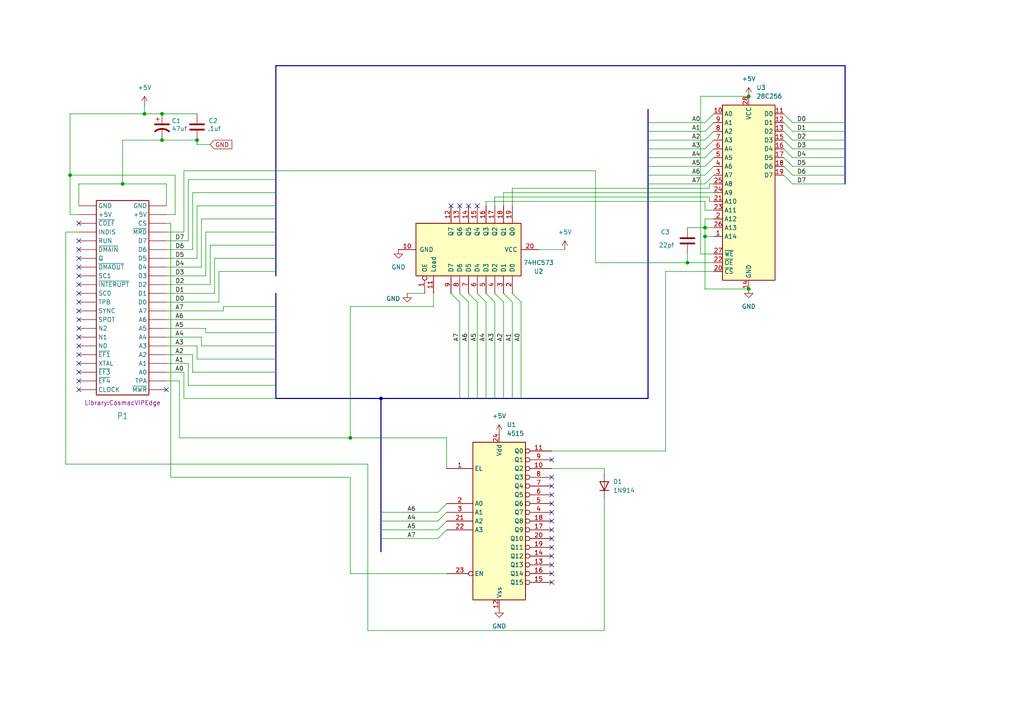
<source format=kicad_sch>
(kicad_sch
	(version 20231120)
	(generator "eeschema")
	(generator_version "8.0")
	(uuid "893003ec-40d3-4192-a645-6221b68bbc09")
	(paper "A4")
	(lib_symbols
		(symbol "4xxx_IEEE:4515"
			(exclude_from_sim no)
			(in_bom yes)
			(on_board yes)
			(property "Reference" "U"
				(at 6.35 24.13 0)
				(effects
					(font
						(size 1.27 1.27)
					)
				)
			)
			(property "Value" "4515"
				(at 3.81 -24.13 0)
				(effects
					(font
						(size 1.27 1.27)
					)
				)
			)
			(property "Footprint" ""
				(at 0 0 0)
				(effects
					(font
						(size 1.27 1.27)
					)
					(hide yes)
				)
			)
			(property "Datasheet" ""
				(at 0 0 0)
				(effects
					(font
						(size 1.27 1.27)
					)
					(hide yes)
				)
			)
			(property "Description" ""
				(at 0 0 0)
				(effects
					(font
						(size 1.27 1.27)
					)
					(hide yes)
				)
			)
			(symbol "4515_0_1"
				(rectangle
					(start -7.62 22.86)
					(end 7.62 -22.86)
					(stroke
						(width 0.254)
						(type default)
					)
					(fill
						(type background)
					)
				)
			)
			(symbol "4515_1_1"
				(pin input line
					(at -15.24 15.24 0)
					(length 7.62)
					(name "EL"
						(effects
							(font
								(size 1.27 1.27)
							)
						)
					)
					(number "1"
						(effects
							(font
								(size 1.27 1.27)
							)
						)
					)
				)
				(pin output inverted
					(at 15.24 15.24 180)
					(length 7.62)
					(name "Q2"
						(effects
							(font
								(size 1.27 1.27)
							)
						)
					)
					(number "10"
						(effects
							(font
								(size 1.27 1.27)
							)
						)
					)
				)
				(pin output inverted
					(at 15.24 20.32 180)
					(length 7.62)
					(name "Q0"
						(effects
							(font
								(size 1.27 1.27)
							)
						)
					)
					(number "11"
						(effects
							(font
								(size 1.27 1.27)
							)
						)
					)
				)
				(pin power_in line
					(at 0 -25.4 90)
					(length 2.54)
					(name "Vss"
						(effects
							(font
								(size 1.27 1.27)
							)
						)
					)
					(number "12"
						(effects
							(font
								(size 1.27 1.27)
							)
						)
					)
				)
				(pin output inverted
					(at 15.24 -12.7 180)
					(length 7.62)
					(name "Q13"
						(effects
							(font
								(size 1.27 1.27)
							)
						)
					)
					(number "13"
						(effects
							(font
								(size 1.27 1.27)
							)
						)
					)
				)
				(pin output inverted
					(at 15.24 -10.16 180)
					(length 7.62)
					(name "Q12"
						(effects
							(font
								(size 1.27 1.27)
							)
						)
					)
					(number "14"
						(effects
							(font
								(size 1.27 1.27)
							)
						)
					)
				)
				(pin output inverted
					(at 15.24 -17.78 180)
					(length 7.62)
					(name "Q15"
						(effects
							(font
								(size 1.27 1.27)
							)
						)
					)
					(number "15"
						(effects
							(font
								(size 1.27 1.27)
							)
						)
					)
				)
				(pin output inverted
					(at 15.24 -15.24 180)
					(length 7.62)
					(name "Q14"
						(effects
							(font
								(size 1.27 1.27)
							)
						)
					)
					(number "16"
						(effects
							(font
								(size 1.27 1.27)
							)
						)
					)
				)
				(pin output inverted
					(at 15.24 -2.54 180)
					(length 7.62)
					(name "Q9"
						(effects
							(font
								(size 1.27 1.27)
							)
						)
					)
					(number "17"
						(effects
							(font
								(size 1.27 1.27)
							)
						)
					)
				)
				(pin output inverted
					(at 15.24 0 180)
					(length 7.62)
					(name "Q8"
						(effects
							(font
								(size 1.27 1.27)
							)
						)
					)
					(number "18"
						(effects
							(font
								(size 1.27 1.27)
							)
						)
					)
				)
				(pin output inverted
					(at 15.24 -7.62 180)
					(length 7.62)
					(name "Q11"
						(effects
							(font
								(size 1.27 1.27)
							)
						)
					)
					(number "19"
						(effects
							(font
								(size 1.27 1.27)
							)
						)
					)
				)
				(pin input line
					(at -15.24 5.08 0)
					(length 7.62)
					(name "A0"
						(effects
							(font
								(size 1.27 1.27)
							)
						)
					)
					(number "2"
						(effects
							(font
								(size 1.27 1.27)
							)
						)
					)
				)
				(pin output inverted
					(at 15.24 -5.08 180)
					(length 7.62)
					(name "Q10"
						(effects
							(font
								(size 1.27 1.27)
							)
						)
					)
					(number "20"
						(effects
							(font
								(size 1.27 1.27)
							)
						)
					)
				)
				(pin input line
					(at -15.24 0 0)
					(length 7.62)
					(name "A2"
						(effects
							(font
								(size 1.27 1.27)
							)
						)
					)
					(number "21"
						(effects
							(font
								(size 1.27 1.27)
							)
						)
					)
				)
				(pin input line
					(at -15.24 -2.54 0)
					(length 7.62)
					(name "A3"
						(effects
							(font
								(size 1.27 1.27)
							)
						)
					)
					(number "22"
						(effects
							(font
								(size 1.27 1.27)
							)
						)
					)
				)
				(pin input inverted
					(at -15.24 -15.24 0)
					(length 7.62)
					(name "EN"
						(effects
							(font
								(size 1.27 1.27)
							)
						)
					)
					(number "23"
						(effects
							(font
								(size 1.27 1.27)
							)
						)
					)
				)
				(pin power_in line
					(at 0 25.4 270)
					(length 2.54)
					(name "Vdd"
						(effects
							(font
								(size 1.27 1.27)
							)
						)
					)
					(number "24"
						(effects
							(font
								(size 1.27 1.27)
							)
						)
					)
				)
				(pin input line
					(at -15.24 2.54 0)
					(length 7.62)
					(name "A1"
						(effects
							(font
								(size 1.27 1.27)
							)
						)
					)
					(number "3"
						(effects
							(font
								(size 1.27 1.27)
							)
						)
					)
				)
				(pin output inverted
					(at 15.24 2.54 180)
					(length 7.62)
					(name "Q7"
						(effects
							(font
								(size 1.27 1.27)
							)
						)
					)
					(number "4"
						(effects
							(font
								(size 1.27 1.27)
							)
						)
					)
				)
				(pin output inverted
					(at 15.24 5.08 180)
					(length 7.62)
					(name "Q6"
						(effects
							(font
								(size 1.27 1.27)
							)
						)
					)
					(number "5"
						(effects
							(font
								(size 1.27 1.27)
							)
						)
					)
				)
				(pin output inverted
					(at 15.24 7.62 180)
					(length 7.62)
					(name "Q5"
						(effects
							(font
								(size 1.27 1.27)
							)
						)
					)
					(number "6"
						(effects
							(font
								(size 1.27 1.27)
							)
						)
					)
				)
				(pin output inverted
					(at 15.24 10.16 180)
					(length 7.62)
					(name "Q4"
						(effects
							(font
								(size 1.27 1.27)
							)
						)
					)
					(number "7"
						(effects
							(font
								(size 1.27 1.27)
							)
						)
					)
				)
				(pin output inverted
					(at 15.24 12.7 180)
					(length 7.62)
					(name "Q3"
						(effects
							(font
								(size 1.27 1.27)
							)
						)
					)
					(number "8"
						(effects
							(font
								(size 1.27 1.27)
							)
						)
					)
				)
				(pin output inverted
					(at 15.24 17.78 180)
					(length 7.62)
					(name "Q1"
						(effects
							(font
								(size 1.27 1.27)
							)
						)
					)
					(number "9"
						(effects
							(font
								(size 1.27 1.27)
							)
						)
					)
				)
			)
		)
		(symbol "74xx:74LS573"
			(pin_names
				(offset 1.016)
			)
			(exclude_from_sim no)
			(in_bom yes)
			(on_board yes)
			(property "Reference" "U"
				(at -7.62 16.51 0)
				(effects
					(font
						(size 1.27 1.27)
					)
				)
			)
			(property "Value" "74LS573"
				(at -7.62 -16.51 0)
				(effects
					(font
						(size 1.27 1.27)
					)
				)
			)
			(property "Footprint" ""
				(at 0 0 0)
				(effects
					(font
						(size 1.27 1.27)
					)
					(hide yes)
				)
			)
			(property "Datasheet" "74xx/74hc573.pdf"
				(at 0 0 0)
				(effects
					(font
						(size 1.27 1.27)
					)
					(hide yes)
				)
			)
			(property "Description" "8-bit Latch 3-state outputs"
				(at 0 0 0)
				(effects
					(font
						(size 1.27 1.27)
					)
					(hide yes)
				)
			)
			(property "ki_locked" ""
				(at 0 0 0)
				(effects
					(font
						(size 1.27 1.27)
					)
				)
			)
			(property "ki_keywords" "TTL DFF DFF8 LATCH 3State"
				(at 0 0 0)
				(effects
					(font
						(size 1.27 1.27)
					)
					(hide yes)
				)
			)
			(property "ki_fp_filters" "DIP?20*"
				(at 0 0 0)
				(effects
					(font
						(size 1.27 1.27)
					)
					(hide yes)
				)
			)
			(symbol "74LS573_1_0"
				(pin input inverted
					(at -12.7 -12.7 0)
					(length 5.08)
					(name "OE"
						(effects
							(font
								(size 1.27 1.27)
							)
						)
					)
					(number "1"
						(effects
							(font
								(size 1.27 1.27)
							)
						)
					)
				)
				(pin power_in line
					(at 0 -20.32 90)
					(length 5.08)
					(name "GND"
						(effects
							(font
								(size 1.27 1.27)
							)
						)
					)
					(number "10"
						(effects
							(font
								(size 1.27 1.27)
							)
						)
					)
				)
				(pin input line
					(at -12.7 -10.16 0)
					(length 5.08)
					(name "Load"
						(effects
							(font
								(size 1.27 1.27)
							)
						)
					)
					(number "11"
						(effects
							(font
								(size 1.27 1.27)
							)
						)
					)
				)
				(pin tri_state line
					(at 12.7 -5.08 180)
					(length 5.08)
					(name "Q7"
						(effects
							(font
								(size 1.27 1.27)
							)
						)
					)
					(number "12"
						(effects
							(font
								(size 1.27 1.27)
							)
						)
					)
				)
				(pin tri_state line
					(at 12.7 -2.54 180)
					(length 5.08)
					(name "Q6"
						(effects
							(font
								(size 1.27 1.27)
							)
						)
					)
					(number "13"
						(effects
							(font
								(size 1.27 1.27)
							)
						)
					)
				)
				(pin tri_state line
					(at 12.7 0 180)
					(length 5.08)
					(name "Q5"
						(effects
							(font
								(size 1.27 1.27)
							)
						)
					)
					(number "14"
						(effects
							(font
								(size 1.27 1.27)
							)
						)
					)
				)
				(pin tri_state line
					(at 12.7 2.54 180)
					(length 5.08)
					(name "Q4"
						(effects
							(font
								(size 1.27 1.27)
							)
						)
					)
					(number "15"
						(effects
							(font
								(size 1.27 1.27)
							)
						)
					)
				)
				(pin tri_state line
					(at 12.7 5.08 180)
					(length 5.08)
					(name "Q3"
						(effects
							(font
								(size 1.27 1.27)
							)
						)
					)
					(number "16"
						(effects
							(font
								(size 1.27 1.27)
							)
						)
					)
				)
				(pin tri_state line
					(at 12.7 7.62 180)
					(length 5.08)
					(name "Q2"
						(effects
							(font
								(size 1.27 1.27)
							)
						)
					)
					(number "17"
						(effects
							(font
								(size 1.27 1.27)
							)
						)
					)
				)
				(pin tri_state line
					(at 12.7 10.16 180)
					(length 5.08)
					(name "Q1"
						(effects
							(font
								(size 1.27 1.27)
							)
						)
					)
					(number "18"
						(effects
							(font
								(size 1.27 1.27)
							)
						)
					)
				)
				(pin tri_state line
					(at 12.7 12.7 180)
					(length 5.08)
					(name "Q0"
						(effects
							(font
								(size 1.27 1.27)
							)
						)
					)
					(number "19"
						(effects
							(font
								(size 1.27 1.27)
							)
						)
					)
				)
				(pin input line
					(at -12.7 12.7 0)
					(length 5.08)
					(name "D0"
						(effects
							(font
								(size 1.27 1.27)
							)
						)
					)
					(number "2"
						(effects
							(font
								(size 1.27 1.27)
							)
						)
					)
				)
				(pin power_in line
					(at 0 20.32 270)
					(length 5.08)
					(name "VCC"
						(effects
							(font
								(size 1.27 1.27)
							)
						)
					)
					(number "20"
						(effects
							(font
								(size 1.27 1.27)
							)
						)
					)
				)
				(pin input line
					(at -12.7 10.16 0)
					(length 5.08)
					(name "D1"
						(effects
							(font
								(size 1.27 1.27)
							)
						)
					)
					(number "3"
						(effects
							(font
								(size 1.27 1.27)
							)
						)
					)
				)
				(pin input line
					(at -12.7 7.62 0)
					(length 5.08)
					(name "D2"
						(effects
							(font
								(size 1.27 1.27)
							)
						)
					)
					(number "4"
						(effects
							(font
								(size 1.27 1.27)
							)
						)
					)
				)
				(pin input line
					(at -12.7 5.08 0)
					(length 5.08)
					(name "D3"
						(effects
							(font
								(size 1.27 1.27)
							)
						)
					)
					(number "5"
						(effects
							(font
								(size 1.27 1.27)
							)
						)
					)
				)
				(pin input line
					(at -12.7 2.54 0)
					(length 5.08)
					(name "D4"
						(effects
							(font
								(size 1.27 1.27)
							)
						)
					)
					(number "6"
						(effects
							(font
								(size 1.27 1.27)
							)
						)
					)
				)
				(pin input line
					(at -12.7 0 0)
					(length 5.08)
					(name "D5"
						(effects
							(font
								(size 1.27 1.27)
							)
						)
					)
					(number "7"
						(effects
							(font
								(size 1.27 1.27)
							)
						)
					)
				)
				(pin input line
					(at -12.7 -2.54 0)
					(length 5.08)
					(name "D6"
						(effects
							(font
								(size 1.27 1.27)
							)
						)
					)
					(number "8"
						(effects
							(font
								(size 1.27 1.27)
							)
						)
					)
				)
				(pin input line
					(at -12.7 -5.08 0)
					(length 5.08)
					(name "D7"
						(effects
							(font
								(size 1.27 1.27)
							)
						)
					)
					(number "9"
						(effects
							(font
								(size 1.27 1.27)
							)
						)
					)
				)
			)
			(symbol "74LS573_1_1"
				(rectangle
					(start -7.62 15.24)
					(end 7.62 -15.24)
					(stroke
						(width 0.254)
						(type default)
					)
					(fill
						(type background)
					)
				)
			)
		)
		(symbol "CosmacVIPEdge:RCA_22PINEDGE_1-22"
			(exclude_from_sim no)
			(in_bom yes)
			(on_board yes)
			(property "Reference" "P1"
				(at 2.54 33.02 0)
				(effects
					(font
						(size 1.778 1.5113)
					)
				)
			)
			(property "Value" "Cosmac VIP Edge"
				(at 2.032 36.576 0)
				(effects
					(font
						(size 1.778 1.5113)
					)
					(hide yes)
				)
			)
			(property "Footprint" "CommonFP:CosmacVIPEdge"
				(at 2.54 29.21 0)
				(effects
					(font
						(size 1.27 1.27)
					)
				)
			)
			(property "Datasheet" ""
				(at 0 0 0)
				(effects
					(font
						(size 1.27 1.27)
					)
					(hide yes)
				)
			)
			(property "Description" ""
				(at 0 0 0)
				(effects
					(font
						(size 1.27 1.27)
					)
					(hide yes)
				)
			)
			(symbol "RCA_22PINEDGE_1-22_1_0"
				(polyline
					(pts
						(xy -5.08 -29.464) (xy 10.16 -29.464)
					)
					(stroke
						(width 0.254)
						(type solid)
					)
					(fill
						(type none)
					)
				)
				(polyline
					(pts
						(xy -5.08 -29.21) (xy -5.08 26.67)
					)
					(stroke
						(width 0.254)
						(type solid)
					)
					(fill
						(type none)
					)
				)
				(polyline
					(pts
						(xy -5.08 26.924) (xy 10.16 26.924)
					)
					(stroke
						(width 0.254)
						(type solid)
					)
					(fill
						(type none)
					)
				)
				(polyline
					(pts
						(xy 10.16 26.67) (xy 10.16 -29.21)
					)
					(stroke
						(width 0.254)
						(type solid)
					)
					(fill
						(type none)
					)
				)
				(pin passive line
					(at -10.16 25.4 0)
					(length 5.08)
					(name "CLOCK"
						(effects
							(font
								(size 1.27 1.27)
							)
						)
					)
					(number "1"
						(effects
							(font
								(size 0 0)
							)
						)
					)
				)
				(pin passive line
					(at -10.16 2.54 0)
					(length 5.08)
					(name "SYNC"
						(effects
							(font
								(size 1.27 1.27)
							)
						)
					)
					(number "10"
						(effects
							(font
								(size 0 0)
							)
						)
					)
				)
				(pin passive line
					(at -10.16 0 0)
					(length 5.08)
					(name "TPB"
						(effects
							(font
								(size 1.27 1.27)
							)
						)
					)
					(number "11"
						(effects
							(font
								(size 0 0)
							)
						)
					)
				)
				(pin passive line
					(at -10.16 -2.54 0)
					(length 5.08)
					(name "SC0"
						(effects
							(font
								(size 1.27 1.27)
							)
						)
					)
					(number "12"
						(effects
							(font
								(size 0 0)
							)
						)
					)
				)
				(pin passive line
					(at -10.16 -5.08 0)
					(length 5.08)
					(name "~{INTERUPT}"
						(effects
							(font
								(size 1.27 1.27)
							)
						)
					)
					(number "13"
						(effects
							(font
								(size 0 0)
							)
						)
					)
				)
				(pin passive line
					(at -10.16 -7.62 0)
					(length 5.08)
					(name "SC1"
						(effects
							(font
								(size 1.27 1.27)
							)
						)
					)
					(number "14"
						(effects
							(font
								(size 0 0)
							)
						)
					)
				)
				(pin passive line
					(at -10.16 -10.16 0)
					(length 5.08)
					(name "~{DMAOUT}"
						(effects
							(font
								(size 1.27 1.27)
							)
						)
					)
					(number "15"
						(effects
							(font
								(size 0 0)
							)
						)
					)
				)
				(pin passive line
					(at -10.16 -12.7 0)
					(length 5.08)
					(name "Q"
						(effects
							(font
								(size 1.27 1.27)
							)
						)
					)
					(number "16"
						(effects
							(font
								(size 0 0)
							)
						)
					)
				)
				(pin passive line
					(at -10.16 -15.24 0)
					(length 5.08)
					(name "~{DMAIN}"
						(effects
							(font
								(size 1.27 1.27)
							)
						)
					)
					(number "17"
						(effects
							(font
								(size 0 0)
							)
						)
					)
				)
				(pin passive line
					(at -10.16 -17.78 0)
					(length 5.08)
					(name "RUN"
						(effects
							(font
								(size 1.27 1.27)
							)
						)
					)
					(number "18"
						(effects
							(font
								(size 0 0)
							)
						)
					)
				)
				(pin passive line
					(at -10.16 -20.32 0)
					(length 5.08)
					(name "INDIS"
						(effects
							(font
								(size 1.27 1.27)
							)
						)
					)
					(number "19"
						(effects
							(font
								(size 0 0)
							)
						)
					)
				)
				(pin passive line
					(at -10.16 22.86 0)
					(length 5.08)
					(name "~{EF4}"
						(effects
							(font
								(size 1.27 1.27)
							)
						)
					)
					(number "2"
						(effects
							(font
								(size 0 0)
							)
						)
					)
				)
				(pin passive line
					(at -10.16 -22.86 0)
					(length 5.08)
					(name "~{CDEF}"
						(effects
							(font
								(size 1.27 1.27)
							)
						)
					)
					(number "20"
						(effects
							(font
								(size 0 0)
							)
						)
					)
				)
				(pin passive line
					(at -10.16 -25.4 0)
					(length 5.08)
					(name "+5V"
						(effects
							(font
								(size 1.27 1.27)
							)
						)
					)
					(number "21"
						(effects
							(font
								(size 0 0)
							)
						)
					)
				)
				(pin passive line
					(at -10.16 -27.94 0)
					(length 5.08)
					(name "GND"
						(effects
							(font
								(size 1.27 1.27)
							)
						)
					)
					(number "22"
						(effects
							(font
								(size 0 0)
							)
						)
					)
				)
				(pin passive line
					(at -10.16 20.32 0)
					(length 5.08)
					(name "~{EF3}"
						(effects
							(font
								(size 1.27 1.27)
							)
						)
					)
					(number "3"
						(effects
							(font
								(size 0 0)
							)
						)
					)
				)
				(pin passive line
					(at -10.16 17.78 0)
					(length 5.08)
					(name "XTAL"
						(effects
							(font
								(size 1.27 1.27)
							)
						)
					)
					(number "4"
						(effects
							(font
								(size 0 0)
							)
						)
					)
				)
				(pin passive line
					(at -10.16 15.24 0)
					(length 5.08)
					(name "~{EF1}"
						(effects
							(font
								(size 1.27 1.27)
							)
						)
					)
					(number "5"
						(effects
							(font
								(size 0 0)
							)
						)
					)
				)
				(pin passive line
					(at -10.16 12.7 0)
					(length 5.08)
					(name "N0"
						(effects
							(font
								(size 1.27 1.27)
							)
						)
					)
					(number "6"
						(effects
							(font
								(size 0 0)
							)
						)
					)
				)
				(pin passive line
					(at -10.16 10.16 0)
					(length 5.08)
					(name "N1"
						(effects
							(font
								(size 1.27 1.27)
							)
						)
					)
					(number "7"
						(effects
							(font
								(size 0 0)
							)
						)
					)
				)
				(pin passive line
					(at -10.16 7.62 0)
					(length 5.08)
					(name "N2"
						(effects
							(font
								(size 1.27 1.27)
							)
						)
					)
					(number "8"
						(effects
							(font
								(size 0 0)
							)
						)
					)
				)
				(pin passive line
					(at -10.16 5.08 0)
					(length 5.08)
					(name "SPOT"
						(effects
							(font
								(size 1.27 1.27)
							)
						)
					)
					(number "9"
						(effects
							(font
								(size 0 0)
							)
						)
					)
				)
				(pin passive line
					(at 15.24 25.4 180)
					(length 5.08)
					(name "~{MWR}"
						(effects
							(font
								(size 1.27 1.27)
							)
						)
					)
					(number "A"
						(effects
							(font
								(size 0 0)
							)
						)
					)
				)
				(pin passive line
					(at 15.24 22.86 180)
					(length 5.08)
					(name "TPA"
						(effects
							(font
								(size 1.27 1.27)
							)
						)
					)
					(number "B"
						(effects
							(font
								(size 0 0)
							)
						)
					)
				)
				(pin passive line
					(at 15.24 20.32 180)
					(length 5.08)
					(name "A0"
						(effects
							(font
								(size 1.27 1.27)
							)
						)
					)
					(number "C"
						(effects
							(font
								(size 0 0)
							)
						)
					)
				)
				(pin passive line
					(at 15.24 17.78 180)
					(length 5.08)
					(name "A1"
						(effects
							(font
								(size 1.27 1.27)
							)
						)
					)
					(number "D"
						(effects
							(font
								(size 0 0)
							)
						)
					)
				)
				(pin passive line
					(at 15.24 15.24 180)
					(length 5.08)
					(name "A2"
						(effects
							(font
								(size 1.27 1.27)
							)
						)
					)
					(number "E"
						(effects
							(font
								(size 0 0)
							)
						)
					)
				)
				(pin passive line
					(at 15.24 12.7 180)
					(length 5.08)
					(name "A3"
						(effects
							(font
								(size 1.27 1.27)
							)
						)
					)
					(number "F"
						(effects
							(font
								(size 0 0)
							)
						)
					)
				)
				(pin passive line
					(at 15.24 10.16 180)
					(length 5.08)
					(name "A4"
						(effects
							(font
								(size 1.27 1.27)
							)
						)
					)
					(number "H"
						(effects
							(font
								(size 0 0)
							)
						)
					)
				)
				(pin passive line
					(at 15.24 7.62 180)
					(length 5.08)
					(name "A5"
						(effects
							(font
								(size 1.27 1.27)
							)
						)
					)
					(number "J"
						(effects
							(font
								(size 0 0)
							)
						)
					)
				)
				(pin passive line
					(at 15.24 5.08 180)
					(length 5.08)
					(name "A6"
						(effects
							(font
								(size 1.27 1.27)
							)
						)
					)
					(number "K"
						(effects
							(font
								(size 0 0)
							)
						)
					)
				)
				(pin passive line
					(at 15.24 2.54 180)
					(length 5.08)
					(name "A7"
						(effects
							(font
								(size 1.27 1.27)
							)
						)
					)
					(number "L"
						(effects
							(font
								(size 0 0)
							)
						)
					)
				)
				(pin passive line
					(at 15.24 0 180)
					(length 5.08)
					(name "D0"
						(effects
							(font
								(size 1.27 1.27)
							)
						)
					)
					(number "M"
						(effects
							(font
								(size 0 0)
							)
						)
					)
				)
				(pin passive line
					(at 15.24 -2.54 180)
					(length 5.08)
					(name "D1"
						(effects
							(font
								(size 1.27 1.27)
							)
						)
					)
					(number "N"
						(effects
							(font
								(size 0 0)
							)
						)
					)
				)
				(pin passive line
					(at 15.24 -5.08 180)
					(length 5.08)
					(name "D2"
						(effects
							(font
								(size 1.27 1.27)
							)
						)
					)
					(number "P"
						(effects
							(font
								(size 0 0)
							)
						)
					)
				)
				(pin passive line
					(at 15.24 -7.62 180)
					(length 5.08)
					(name "D3"
						(effects
							(font
								(size 1.27 1.27)
							)
						)
					)
					(number "R"
						(effects
							(font
								(size 0 0)
							)
						)
					)
				)
				(pin passive line
					(at 15.24 -10.16 180)
					(length 5.08)
					(name "D4"
						(effects
							(font
								(size 1.27 1.27)
							)
						)
					)
					(number "S"
						(effects
							(font
								(size 0 0)
							)
						)
					)
				)
				(pin passive line
					(at 15.24 -12.7 180)
					(length 5.08)
					(name "D5"
						(effects
							(font
								(size 1.27 1.27)
							)
						)
					)
					(number "T"
						(effects
							(font
								(size 0 0)
							)
						)
					)
				)
				(pin passive line
					(at 15.24 -15.24 180)
					(length 5.08)
					(name "D6"
						(effects
							(font
								(size 1.27 1.27)
							)
						)
					)
					(number "U"
						(effects
							(font
								(size 0 0)
							)
						)
					)
				)
				(pin passive line
					(at 15.24 -17.78 180)
					(length 5.08)
					(name "D7"
						(effects
							(font
								(size 1.27 1.27)
							)
						)
					)
					(number "V"
						(effects
							(font
								(size 0 0)
							)
						)
					)
				)
				(pin passive line
					(at 15.24 -20.32 180)
					(length 5.08)
					(name "~{MRD}"
						(effects
							(font
								(size 1.27 1.27)
							)
						)
					)
					(number "W"
						(effects
							(font
								(size 0 0)
							)
						)
					)
				)
				(pin passive line
					(at 15.24 -22.86 180)
					(length 5.08)
					(name "CS"
						(effects
							(font
								(size 1.27 1.27)
							)
						)
					)
					(number "X"
						(effects
							(font
								(size 0 0)
							)
						)
					)
				)
				(pin passive line
					(at 15.24 -25.4 180)
					(length 5.08)
					(name "+5V"
						(effects
							(font
								(size 1.27 1.27)
							)
						)
					)
					(number "Y"
						(effects
							(font
								(size 0 0)
							)
						)
					)
				)
				(pin passive line
					(at 15.24 -27.94 180)
					(length 5.08)
					(name "GND"
						(effects
							(font
								(size 1.27 1.27)
							)
						)
					)
					(number "Z"
						(effects
							(font
								(size 0 0)
							)
						)
					)
				)
			)
		)
		(symbol "Device:C"
			(pin_numbers hide)
			(pin_names
				(offset 0.254)
			)
			(exclude_from_sim no)
			(in_bom yes)
			(on_board yes)
			(property "Reference" "C"
				(at 0.635 2.54 0)
				(effects
					(font
						(size 1.27 1.27)
					)
					(justify left)
				)
			)
			(property "Value" "C"
				(at 0.635 -2.54 0)
				(effects
					(font
						(size 1.27 1.27)
					)
					(justify left)
				)
			)
			(property "Footprint" ""
				(at 0.9652 -3.81 0)
				(effects
					(font
						(size 1.27 1.27)
					)
					(hide yes)
				)
			)
			(property "Datasheet" "~"
				(at 0 0 0)
				(effects
					(font
						(size 1.27 1.27)
					)
					(hide yes)
				)
			)
			(property "Description" "Unpolarized capacitor"
				(at 0 0 0)
				(effects
					(font
						(size 1.27 1.27)
					)
					(hide yes)
				)
			)
			(property "ki_keywords" "cap capacitor"
				(at 0 0 0)
				(effects
					(font
						(size 1.27 1.27)
					)
					(hide yes)
				)
			)
			(property "ki_fp_filters" "C_*"
				(at 0 0 0)
				(effects
					(font
						(size 1.27 1.27)
					)
					(hide yes)
				)
			)
			(symbol "C_0_1"
				(polyline
					(pts
						(xy -2.032 -0.762) (xy 2.032 -0.762)
					)
					(stroke
						(width 0.508)
						(type default)
					)
					(fill
						(type none)
					)
				)
				(polyline
					(pts
						(xy -2.032 0.762) (xy 2.032 0.762)
					)
					(stroke
						(width 0.508)
						(type default)
					)
					(fill
						(type none)
					)
				)
			)
			(symbol "C_1_1"
				(pin passive line
					(at 0 3.81 270)
					(length 2.794)
					(name "~"
						(effects
							(font
								(size 1.27 1.27)
							)
						)
					)
					(number "1"
						(effects
							(font
								(size 1.27 1.27)
							)
						)
					)
				)
				(pin passive line
					(at 0 -3.81 90)
					(length 2.794)
					(name "~"
						(effects
							(font
								(size 1.27 1.27)
							)
						)
					)
					(number "2"
						(effects
							(font
								(size 1.27 1.27)
							)
						)
					)
				)
			)
		)
		(symbol "Device:C_Polarized_US"
			(pin_numbers hide)
			(pin_names
				(offset 0.254) hide)
			(exclude_from_sim no)
			(in_bom yes)
			(on_board yes)
			(property "Reference" "C"
				(at 0.635 2.54 0)
				(effects
					(font
						(size 1.27 1.27)
					)
					(justify left)
				)
			)
			(property "Value" "C_Polarized_US"
				(at 0.635 -2.54 0)
				(effects
					(font
						(size 1.27 1.27)
					)
					(justify left)
				)
			)
			(property "Footprint" ""
				(at 0 0 0)
				(effects
					(font
						(size 1.27 1.27)
					)
					(hide yes)
				)
			)
			(property "Datasheet" "~"
				(at 0 0 0)
				(effects
					(font
						(size 1.27 1.27)
					)
					(hide yes)
				)
			)
			(property "Description" "Polarized capacitor, US symbol"
				(at 0 0 0)
				(effects
					(font
						(size 1.27 1.27)
					)
					(hide yes)
				)
			)
			(property "ki_keywords" "cap capacitor"
				(at 0 0 0)
				(effects
					(font
						(size 1.27 1.27)
					)
					(hide yes)
				)
			)
			(property "ki_fp_filters" "CP_*"
				(at 0 0 0)
				(effects
					(font
						(size 1.27 1.27)
					)
					(hide yes)
				)
			)
			(symbol "C_Polarized_US_0_1"
				(polyline
					(pts
						(xy -2.032 0.762) (xy 2.032 0.762)
					)
					(stroke
						(width 0.508)
						(type default)
					)
					(fill
						(type none)
					)
				)
				(polyline
					(pts
						(xy -1.778 2.286) (xy -0.762 2.286)
					)
					(stroke
						(width 0)
						(type default)
					)
					(fill
						(type none)
					)
				)
				(polyline
					(pts
						(xy -1.27 1.778) (xy -1.27 2.794)
					)
					(stroke
						(width 0)
						(type default)
					)
					(fill
						(type none)
					)
				)
				(arc
					(start 2.032 -1.27)
					(mid 0 -0.5572)
					(end -2.032 -1.27)
					(stroke
						(width 0.508)
						(type default)
					)
					(fill
						(type none)
					)
				)
			)
			(symbol "C_Polarized_US_1_1"
				(pin passive line
					(at 0 3.81 270)
					(length 2.794)
					(name "~"
						(effects
							(font
								(size 1.27 1.27)
							)
						)
					)
					(number "1"
						(effects
							(font
								(size 1.27 1.27)
							)
						)
					)
				)
				(pin passive line
					(at 0 -3.81 90)
					(length 3.302)
					(name "~"
						(effects
							(font
								(size 1.27 1.27)
							)
						)
					)
					(number "2"
						(effects
							(font
								(size 1.27 1.27)
							)
						)
					)
				)
			)
		)
		(symbol "Diode:1N914"
			(pin_numbers hide)
			(pin_names hide)
			(exclude_from_sim no)
			(in_bom yes)
			(on_board yes)
			(property "Reference" "D"
				(at 0 2.54 0)
				(effects
					(font
						(size 1.27 1.27)
					)
				)
			)
			(property "Value" "1N914"
				(at 0 -2.54 0)
				(effects
					(font
						(size 1.27 1.27)
					)
				)
			)
			(property "Footprint" "Diode_THT:D_DO-35_SOD27_P7.62mm_Horizontal"
				(at 0 -4.445 0)
				(effects
					(font
						(size 1.27 1.27)
					)
					(hide yes)
				)
			)
			(property "Datasheet" "http://www.vishay.com/docs/85622/1n914.pdf"
				(at 0 0 0)
				(effects
					(font
						(size 1.27 1.27)
					)
					(hide yes)
				)
			)
			(property "Description" "100V 0.3A Small Signal Fast Switching Diode, DO-35"
				(at 0 0 0)
				(effects
					(font
						(size 1.27 1.27)
					)
					(hide yes)
				)
			)
			(property "Sim.Device" "D"
				(at 0 0 0)
				(effects
					(font
						(size 1.27 1.27)
					)
					(hide yes)
				)
			)
			(property "Sim.Pins" "1=K 2=A"
				(at 0 0 0)
				(effects
					(font
						(size 1.27 1.27)
					)
					(hide yes)
				)
			)
			(property "ki_keywords" "diode"
				(at 0 0 0)
				(effects
					(font
						(size 1.27 1.27)
					)
					(hide yes)
				)
			)
			(property "ki_fp_filters" "D*DO?35*"
				(at 0 0 0)
				(effects
					(font
						(size 1.27 1.27)
					)
					(hide yes)
				)
			)
			(symbol "1N914_0_1"
				(polyline
					(pts
						(xy -1.27 1.27) (xy -1.27 -1.27)
					)
					(stroke
						(width 0.254)
						(type default)
					)
					(fill
						(type none)
					)
				)
				(polyline
					(pts
						(xy 1.27 0) (xy -1.27 0)
					)
					(stroke
						(width 0)
						(type default)
					)
					(fill
						(type none)
					)
				)
				(polyline
					(pts
						(xy 1.27 1.27) (xy 1.27 -1.27) (xy -1.27 0) (xy 1.27 1.27)
					)
					(stroke
						(width 0.254)
						(type default)
					)
					(fill
						(type none)
					)
				)
			)
			(symbol "1N914_1_1"
				(pin passive line
					(at -3.81 0 0)
					(length 2.54)
					(name "K"
						(effects
							(font
								(size 1.27 1.27)
							)
						)
					)
					(number "1"
						(effects
							(font
								(size 1.27 1.27)
							)
						)
					)
				)
				(pin passive line
					(at 3.81 0 180)
					(length 2.54)
					(name "A"
						(effects
							(font
								(size 1.27 1.27)
							)
						)
					)
					(number "2"
						(effects
							(font
								(size 1.27 1.27)
							)
						)
					)
				)
			)
		)
		(symbol "Memory_EEPROM:28C256"
			(exclude_from_sim no)
			(in_bom yes)
			(on_board yes)
			(property "Reference" "U"
				(at -7.62 26.67 0)
				(effects
					(font
						(size 1.27 1.27)
					)
				)
			)
			(property "Value" "28C256"
				(at 2.54 -26.67 0)
				(effects
					(font
						(size 1.27 1.27)
					)
					(justify left)
				)
			)
			(property "Footprint" ""
				(at 0 0 0)
				(effects
					(font
						(size 1.27 1.27)
					)
					(hide yes)
				)
			)
			(property "Datasheet" "http://ww1.microchip.com/downloads/en/DeviceDoc/doc0006.pdf"
				(at 0 0 0)
				(effects
					(font
						(size 1.27 1.27)
					)
					(hide yes)
				)
			)
			(property "Description" "Paged Parallel EEPROM 256Kb (32K x 8), DIP-28/SOIC-28"
				(at 0 0 0)
				(effects
					(font
						(size 1.27 1.27)
					)
					(hide yes)
				)
			)
			(property "ki_keywords" "Parallel EEPROM 256Kb"
				(at 0 0 0)
				(effects
					(font
						(size 1.27 1.27)
					)
					(hide yes)
				)
			)
			(property "ki_fp_filters" "DIP*W15.24mm* SOIC*7.5x17.9mm*P1.27mm*"
				(at 0 0 0)
				(effects
					(font
						(size 1.27 1.27)
					)
					(hide yes)
				)
			)
			(symbol "28C256_1_1"
				(rectangle
					(start -7.62 25.4)
					(end 7.62 -25.4)
					(stroke
						(width 0.254)
						(type default)
					)
					(fill
						(type background)
					)
				)
				(pin input line
					(at -10.16 -12.7 0)
					(length 2.54)
					(name "A14"
						(effects
							(font
								(size 1.27 1.27)
							)
						)
					)
					(number "1"
						(effects
							(font
								(size 1.27 1.27)
							)
						)
					)
				)
				(pin input line
					(at -10.16 22.86 0)
					(length 2.54)
					(name "A0"
						(effects
							(font
								(size 1.27 1.27)
							)
						)
					)
					(number "10"
						(effects
							(font
								(size 1.27 1.27)
							)
						)
					)
				)
				(pin tri_state line
					(at 10.16 22.86 180)
					(length 2.54)
					(name "D0"
						(effects
							(font
								(size 1.27 1.27)
							)
						)
					)
					(number "11"
						(effects
							(font
								(size 1.27 1.27)
							)
						)
					)
				)
				(pin tri_state line
					(at 10.16 20.32 180)
					(length 2.54)
					(name "D1"
						(effects
							(font
								(size 1.27 1.27)
							)
						)
					)
					(number "12"
						(effects
							(font
								(size 1.27 1.27)
							)
						)
					)
				)
				(pin tri_state line
					(at 10.16 17.78 180)
					(length 2.54)
					(name "D2"
						(effects
							(font
								(size 1.27 1.27)
							)
						)
					)
					(number "13"
						(effects
							(font
								(size 1.27 1.27)
							)
						)
					)
				)
				(pin power_in line
					(at 0 -27.94 90)
					(length 2.54)
					(name "GND"
						(effects
							(font
								(size 1.27 1.27)
							)
						)
					)
					(number "14"
						(effects
							(font
								(size 1.27 1.27)
							)
						)
					)
				)
				(pin tri_state line
					(at 10.16 15.24 180)
					(length 2.54)
					(name "D3"
						(effects
							(font
								(size 1.27 1.27)
							)
						)
					)
					(number "15"
						(effects
							(font
								(size 1.27 1.27)
							)
						)
					)
				)
				(pin tri_state line
					(at 10.16 12.7 180)
					(length 2.54)
					(name "D4"
						(effects
							(font
								(size 1.27 1.27)
							)
						)
					)
					(number "16"
						(effects
							(font
								(size 1.27 1.27)
							)
						)
					)
				)
				(pin tri_state line
					(at 10.16 10.16 180)
					(length 2.54)
					(name "D5"
						(effects
							(font
								(size 1.27 1.27)
							)
						)
					)
					(number "17"
						(effects
							(font
								(size 1.27 1.27)
							)
						)
					)
				)
				(pin tri_state line
					(at 10.16 7.62 180)
					(length 2.54)
					(name "D6"
						(effects
							(font
								(size 1.27 1.27)
							)
						)
					)
					(number "18"
						(effects
							(font
								(size 1.27 1.27)
							)
						)
					)
				)
				(pin tri_state line
					(at 10.16 5.08 180)
					(length 2.54)
					(name "D7"
						(effects
							(font
								(size 1.27 1.27)
							)
						)
					)
					(number "19"
						(effects
							(font
								(size 1.27 1.27)
							)
						)
					)
				)
				(pin input line
					(at -10.16 -7.62 0)
					(length 2.54)
					(name "A12"
						(effects
							(font
								(size 1.27 1.27)
							)
						)
					)
					(number "2"
						(effects
							(font
								(size 1.27 1.27)
							)
						)
					)
				)
				(pin input line
					(at -10.16 -22.86 0)
					(length 2.54)
					(name "~{CS}"
						(effects
							(font
								(size 1.27 1.27)
							)
						)
					)
					(number "20"
						(effects
							(font
								(size 1.27 1.27)
							)
						)
					)
				)
				(pin input line
					(at -10.16 -2.54 0)
					(length 2.54)
					(name "A10"
						(effects
							(font
								(size 1.27 1.27)
							)
						)
					)
					(number "21"
						(effects
							(font
								(size 1.27 1.27)
							)
						)
					)
				)
				(pin input line
					(at -10.16 -20.32 0)
					(length 2.54)
					(name "~{OE}"
						(effects
							(font
								(size 1.27 1.27)
							)
						)
					)
					(number "22"
						(effects
							(font
								(size 1.27 1.27)
							)
						)
					)
				)
				(pin input line
					(at -10.16 -5.08 0)
					(length 2.54)
					(name "A11"
						(effects
							(font
								(size 1.27 1.27)
							)
						)
					)
					(number "23"
						(effects
							(font
								(size 1.27 1.27)
							)
						)
					)
				)
				(pin input line
					(at -10.16 0 0)
					(length 2.54)
					(name "A9"
						(effects
							(font
								(size 1.27 1.27)
							)
						)
					)
					(number "24"
						(effects
							(font
								(size 1.27 1.27)
							)
						)
					)
				)
				(pin input line
					(at -10.16 2.54 0)
					(length 2.54)
					(name "A8"
						(effects
							(font
								(size 1.27 1.27)
							)
						)
					)
					(number "25"
						(effects
							(font
								(size 1.27 1.27)
							)
						)
					)
				)
				(pin input line
					(at -10.16 -10.16 0)
					(length 2.54)
					(name "A13"
						(effects
							(font
								(size 1.27 1.27)
							)
						)
					)
					(number "26"
						(effects
							(font
								(size 1.27 1.27)
							)
						)
					)
				)
				(pin input line
					(at -10.16 -17.78 0)
					(length 2.54)
					(name "~{WE}"
						(effects
							(font
								(size 1.27 1.27)
							)
						)
					)
					(number "27"
						(effects
							(font
								(size 1.27 1.27)
							)
						)
					)
				)
				(pin power_in line
					(at 0 27.94 270)
					(length 2.54)
					(name "VCC"
						(effects
							(font
								(size 1.27 1.27)
							)
						)
					)
					(number "28"
						(effects
							(font
								(size 1.27 1.27)
							)
						)
					)
				)
				(pin input line
					(at -10.16 5.08 0)
					(length 2.54)
					(name "A7"
						(effects
							(font
								(size 1.27 1.27)
							)
						)
					)
					(number "3"
						(effects
							(font
								(size 1.27 1.27)
							)
						)
					)
				)
				(pin input line
					(at -10.16 7.62 0)
					(length 2.54)
					(name "A6"
						(effects
							(font
								(size 1.27 1.27)
							)
						)
					)
					(number "4"
						(effects
							(font
								(size 1.27 1.27)
							)
						)
					)
				)
				(pin input line
					(at -10.16 10.16 0)
					(length 2.54)
					(name "A5"
						(effects
							(font
								(size 1.27 1.27)
							)
						)
					)
					(number "5"
						(effects
							(font
								(size 1.27 1.27)
							)
						)
					)
				)
				(pin input line
					(at -10.16 12.7 0)
					(length 2.54)
					(name "A4"
						(effects
							(font
								(size 1.27 1.27)
							)
						)
					)
					(number "6"
						(effects
							(font
								(size 1.27 1.27)
							)
						)
					)
				)
				(pin input line
					(at -10.16 15.24 0)
					(length 2.54)
					(name "A3"
						(effects
							(font
								(size 1.27 1.27)
							)
						)
					)
					(number "7"
						(effects
							(font
								(size 1.27 1.27)
							)
						)
					)
				)
				(pin input line
					(at -10.16 17.78 0)
					(length 2.54)
					(name "A2"
						(effects
							(font
								(size 1.27 1.27)
							)
						)
					)
					(number "8"
						(effects
							(font
								(size 1.27 1.27)
							)
						)
					)
				)
				(pin input line
					(at -10.16 20.32 0)
					(length 2.54)
					(name "A1"
						(effects
							(font
								(size 1.27 1.27)
							)
						)
					)
					(number "9"
						(effects
							(font
								(size 1.27 1.27)
							)
						)
					)
				)
			)
		)
		(symbol "power:+5V"
			(power)
			(pin_numbers hide)
			(pin_names
				(offset 0) hide)
			(exclude_from_sim no)
			(in_bom yes)
			(on_board yes)
			(property "Reference" "#PWR"
				(at 0 -3.81 0)
				(effects
					(font
						(size 1.27 1.27)
					)
					(hide yes)
				)
			)
			(property "Value" "+5V"
				(at 0 3.556 0)
				(effects
					(font
						(size 1.27 1.27)
					)
				)
			)
			(property "Footprint" ""
				(at 0 0 0)
				(effects
					(font
						(size 1.27 1.27)
					)
					(hide yes)
				)
			)
			(property "Datasheet" ""
				(at 0 0 0)
				(effects
					(font
						(size 1.27 1.27)
					)
					(hide yes)
				)
			)
			(property "Description" "Power symbol creates a global label with name \"+5V\""
				(at 0 0 0)
				(effects
					(font
						(size 1.27 1.27)
					)
					(hide yes)
				)
			)
			(property "ki_keywords" "global power"
				(at 0 0 0)
				(effects
					(font
						(size 1.27 1.27)
					)
					(hide yes)
				)
			)
			(symbol "+5V_0_1"
				(polyline
					(pts
						(xy -0.762 1.27) (xy 0 2.54)
					)
					(stroke
						(width 0)
						(type default)
					)
					(fill
						(type none)
					)
				)
				(polyline
					(pts
						(xy 0 0) (xy 0 2.54)
					)
					(stroke
						(width 0)
						(type default)
					)
					(fill
						(type none)
					)
				)
				(polyline
					(pts
						(xy 0 2.54) (xy 0.762 1.27)
					)
					(stroke
						(width 0)
						(type default)
					)
					(fill
						(type none)
					)
				)
			)
			(symbol "+5V_1_1"
				(pin power_in line
					(at 0 0 90)
					(length 0)
					(name "~"
						(effects
							(font
								(size 1.27 1.27)
							)
						)
					)
					(number "1"
						(effects
							(font
								(size 1.27 1.27)
							)
						)
					)
				)
			)
		)
		(symbol "power:GND"
			(power)
			(pin_numbers hide)
			(pin_names
				(offset 0) hide)
			(exclude_from_sim no)
			(in_bom yes)
			(on_board yes)
			(property "Reference" "#PWR"
				(at 0 -6.35 0)
				(effects
					(font
						(size 1.27 1.27)
					)
					(hide yes)
				)
			)
			(property "Value" "GND"
				(at 0 -3.81 0)
				(effects
					(font
						(size 1.27 1.27)
					)
				)
			)
			(property "Footprint" ""
				(at 0 0 0)
				(effects
					(font
						(size 1.27 1.27)
					)
					(hide yes)
				)
			)
			(property "Datasheet" ""
				(at 0 0 0)
				(effects
					(font
						(size 1.27 1.27)
					)
					(hide yes)
				)
			)
			(property "Description" "Power symbol creates a global label with name \"GND\" , ground"
				(at 0 0 0)
				(effects
					(font
						(size 1.27 1.27)
					)
					(hide yes)
				)
			)
			(property "ki_keywords" "global power"
				(at 0 0 0)
				(effects
					(font
						(size 1.27 1.27)
					)
					(hide yes)
				)
			)
			(symbol "GND_0_1"
				(polyline
					(pts
						(xy 0 0) (xy 0 -1.27) (xy 1.27 -1.27) (xy 0 -2.54) (xy -1.27 -1.27) (xy 0 -1.27)
					)
					(stroke
						(width 0)
						(type default)
					)
					(fill
						(type none)
					)
				)
			)
			(symbol "GND_1_1"
				(pin power_in line
					(at 0 0 270)
					(length 0)
					(name "~"
						(effects
							(font
								(size 1.27 1.27)
							)
						)
					)
					(number "1"
						(effects
							(font
								(size 1.27 1.27)
							)
						)
					)
				)
			)
		)
	)
	(junction
		(at 46.99 40.64)
		(diameter 0)
		(color 0 0 0 0)
		(uuid "182d5452-75d0-427f-af4c-ff9a83440c44")
	)
	(junction
		(at 204.47 66.04)
		(diameter 0)
		(color 0 0 0 0)
		(uuid "1c6373c4-d896-4949-b0dc-0092380b2587")
	)
	(junction
		(at 101.6 127)
		(diameter 0)
		(color 0 0 0 0)
		(uuid "27f1f177-380a-4390-98c4-f9a826ad1429")
	)
	(junction
		(at 204.47 68.58)
		(diameter 0)
		(color 0 0 0 0)
		(uuid "2fc62ed7-be79-4676-800b-3b2c30eb0a33")
	)
	(junction
		(at 41.91 33.02)
		(diameter 0)
		(color 0 0 0 0)
		(uuid "30e15639-9ac8-44c6-8e6b-b0d088955650")
	)
	(junction
		(at 217.17 83.82)
		(diameter 0)
		(color 0 0 0 0)
		(uuid "39fb019f-1e88-4d6b-b24e-994b6d4bc657")
	)
	(junction
		(at 110.49 115.57)
		(diameter 0)
		(color 0 0 0 0)
		(uuid "755bcbb8-ce94-482e-aa55-61f0844bef77")
	)
	(junction
		(at 20.32 50.8)
		(diameter 0)
		(color 0 0 0 0)
		(uuid "91300e56-4f81-4167-a64a-3606634b16f9")
	)
	(junction
		(at 199.39 76.2)
		(diameter 0)
		(color 0 0 0 0)
		(uuid "b7a95d77-1acb-41e7-8bcc-fd614c6a694d")
	)
	(junction
		(at 217.17 27.94)
		(diameter 0)
		(color 0 0 0 0)
		(uuid "bbff449a-be2b-40c4-8c51-5c2597f36ab9")
	)
	(junction
		(at 35.56 53.34)
		(diameter 0)
		(color 0 0 0 0)
		(uuid "c071ba74-b578-4e40-8483-afc47b0cc564")
	)
	(junction
		(at 57.15 40.64)
		(diameter 0)
		(color 0 0 0 0)
		(uuid "c407d7e7-5831-4c72-bfab-1f1a054eb6f6")
	)
	(junction
		(at 46.99 33.02)
		(diameter 0)
		(color 0 0 0 0)
		(uuid "d12cb675-2dc8-4af2-ba66-29966da53b2b")
	)
	(no_connect
		(at 22.86 64.77)
		(uuid "06cbfcff-edee-42d3-b95a-68faf732ee41")
	)
	(no_connect
		(at 160.02 138.43)
		(uuid "07f40f06-cb48-4036-a70e-d77601fbd4d2")
	)
	(no_connect
		(at 135.89 59.69)
		(uuid "084aeb23-f749-4f1c-a8f5-56a5c4bfdbb5")
	)
	(no_connect
		(at 22.86 95.25)
		(uuid "08c2f452-36e7-4f09-8f2f-070ae92833a7")
	)
	(no_connect
		(at 160.02 148.59)
		(uuid "10f460c1-d9a8-46d2-a1ca-b2cea1450afa")
	)
	(no_connect
		(at 22.86 69.85)
		(uuid "11d7cb55-9915-48b2-b871-a76be7b90d1a")
	)
	(no_connect
		(at 22.86 97.79)
		(uuid "280586d6-2577-45ac-a27b-a55707b58d8d")
	)
	(no_connect
		(at 22.86 90.17)
		(uuid "2c616ad3-6428-449f-86a6-1ea612932240")
	)
	(no_connect
		(at 160.02 153.67)
		(uuid "2e01ac35-84c9-4da7-ad9b-8cef18121372")
	)
	(no_connect
		(at 133.35 59.69)
		(uuid "2ee6893d-dfde-493e-8fbb-83ebd438e7a0")
	)
	(no_connect
		(at 160.02 140.97)
		(uuid "38a08f8a-2a93-4cb7-959b-3738c8b172be")
	)
	(no_connect
		(at 22.86 82.55)
		(uuid "3fc07fe8-7fb8-4bb0-a6a2-d8bbdf2ab9a6")
	)
	(no_connect
		(at 22.86 87.63)
		(uuid "481e54ff-48b5-4d71-b9c7-1c36341d6db8")
	)
	(no_connect
		(at 22.86 107.95)
		(uuid "4be8db45-4002-48f2-847c-410fabc49394")
	)
	(no_connect
		(at 160.02 151.13)
		(uuid "5000e160-7d88-4263-a4a6-7dd677a32015")
	)
	(no_connect
		(at 22.86 80.01)
		(uuid "5bd5aaeb-8224-4ed7-9195-11bdb67eed30")
	)
	(no_connect
		(at 22.86 113.03)
		(uuid "624694f0-96f1-41ba-8c7e-837e90911085")
	)
	(no_connect
		(at 160.02 133.35)
		(uuid "626bfc1f-73f2-469c-8786-ef18d8519d47")
	)
	(no_connect
		(at 130.81 59.69)
		(uuid "66c60bae-2768-4991-8787-fbf3353304dd")
	)
	(no_connect
		(at 22.86 72.39)
		(uuid "68cb5caa-4447-4df2-ad64-29450f436aba")
	)
	(no_connect
		(at 160.02 161.29)
		(uuid "7502e436-6211-4d17-bda3-0ea6ab32c41c")
	)
	(no_connect
		(at 22.86 92.71)
		(uuid "7b0fa123-97f5-4d9d-900d-451c1ac3b12b")
	)
	(no_connect
		(at 22.86 85.09)
		(uuid "7bbdbd98-944d-4905-a709-58084ac596a8")
	)
	(no_connect
		(at 160.02 163.83)
		(uuid "7e011408-de91-4739-824c-a0ea3819b28d")
	)
	(no_connect
		(at 160.02 158.75)
		(uuid "87c55aab-717f-44d2-8ecd-78f16c355e5f")
	)
	(no_connect
		(at 138.43 59.69)
		(uuid "8fa4026d-4a9a-43e5-9d12-e9914a3a69f0")
	)
	(no_connect
		(at 22.86 74.93)
		(uuid "92900f7d-7968-4edd-b138-ebcb4ca9904a")
	)
	(no_connect
		(at 160.02 166.37)
		(uuid "a94b0b1b-3427-40df-b2af-758f6c53ca77")
	)
	(no_connect
		(at 160.02 143.51)
		(uuid "b5409ae9-4f58-45f7-bb9a-598dc57d2fec")
	)
	(no_connect
		(at 22.86 110.49)
		(uuid "b5c60121-c828-4731-a96d-85798df08ad6")
	)
	(no_connect
		(at 160.02 146.05)
		(uuid "b6d020f2-bb02-4966-bc91-805d6618d8c5")
	)
	(no_connect
		(at 160.02 168.91)
		(uuid "bb4c2ea6-8d65-42c6-96eb-4d469d01d1e5")
	)
	(no_connect
		(at 48.26 113.03)
		(uuid "bf9f7abc-794e-4caf-9fec-f32556b3819d")
	)
	(no_connect
		(at 22.86 105.41)
		(uuid "c68ea99c-295c-438b-9fb6-add32edd3c55")
	)
	(no_connect
		(at 22.86 102.87)
		(uuid "d7108cb7-e715-4a67-bb81-9714237eb315")
	)
	(no_connect
		(at 22.86 100.33)
		(uuid "e87da621-49a1-4ff8-9c2a-bef83fb3dab9")
	)
	(no_connect
		(at 22.86 77.47)
		(uuid "f6091f9c-7132-4595-8120-76e10d59c8e6")
	)
	(no_connect
		(at 160.02 156.21)
		(uuid "f6607bc5-a927-4598-bd69-52a9f36b7a6e")
	)
	(bus_entry
		(at 127 151.13)
		(size 2.54 -2.54)
		(stroke
			(width 0)
			(type default)
		)
		(uuid "011d4c39-e6b9-4334-98c2-a5d11947ed8a")
	)
	(bus_entry
		(at 148.59 85.09)
		(size 2.54 2.54)
		(stroke
			(width 0)
			(type default)
		)
		(uuid "0b230a28-c429-46cc-8315-41a1f1f7d9fe")
	)
	(bus_entry
		(at 204.47 50.8)
		(size 2.54 -2.54)
		(stroke
			(width 0)
			(type default)
		)
		(uuid "172f8f54-dcf7-465a-8525-0225a6ebebd6")
	)
	(bus_entry
		(at 127 153.67)
		(size 2.54 -2.54)
		(stroke
			(width 0)
			(type default)
		)
		(uuid "1815b027-060b-450a-bdd6-09c42bead270")
	)
	(bus_entry
		(at 204.47 53.34)
		(size 2.54 -2.54)
		(stroke
			(width 0)
			(type default)
		)
		(uuid "184ef70a-9d92-460c-8f94-5321fdcf28f9")
	)
	(bus_entry
		(at 227.33 40.64)
		(size 2.54 2.54)
		(stroke
			(width 0)
			(type default)
		)
		(uuid "1fc33e56-4633-4f9e-a6b5-448d36941ca3")
	)
	(bus_entry
		(at 204.47 48.26)
		(size 2.54 -2.54)
		(stroke
			(width 0)
			(type default)
		)
		(uuid "2073584c-df23-48ef-a7ad-401d68f342ba")
	)
	(bus_entry
		(at 140.97 85.09)
		(size 2.54 2.54)
		(stroke
			(width 0)
			(type default)
		)
		(uuid "257e15b0-57ab-42e7-96c2-ef4ef3e4da07")
	)
	(bus_entry
		(at 130.81 85.09)
		(size 2.54 2.54)
		(stroke
			(width 0)
			(type default)
		)
		(uuid "3756307e-f44e-474b-b747-2724ed8e03f2")
	)
	(bus_entry
		(at 138.43 85.09)
		(size 2.54 2.54)
		(stroke
			(width 0)
			(type default)
		)
		(uuid "44bc8ec8-e7ca-4d25-bcec-bdbcf6ad97a3")
	)
	(bus_entry
		(at 204.47 40.64)
		(size 2.54 -2.54)
		(stroke
			(width 0)
			(type default)
		)
		(uuid "676a35cb-ae60-4179-a6ed-2b923ef55f70")
	)
	(bus_entry
		(at 127 148.59)
		(size 2.54 -2.54)
		(stroke
			(width 0)
			(type default)
		)
		(uuid "6e0c9b6e-7840-4413-b841-bccb6b359eb2")
	)
	(bus_entry
		(at 143.51 85.09)
		(size 2.54 2.54)
		(stroke
			(width 0)
			(type default)
		)
		(uuid "97863218-63d5-4a23-97df-d63a71ac7922")
	)
	(bus_entry
		(at 204.47 43.18)
		(size 2.54 -2.54)
		(stroke
			(width 0)
			(type default)
		)
		(uuid "a08bca60-9483-4f4a-9f43-0ce2a89f9221")
	)
	(bus_entry
		(at 204.47 38.1)
		(size 2.54 -2.54)
		(stroke
			(width 0)
			(type default)
		)
		(uuid "a399dea1-e8b7-4402-92fc-5235091dec69")
	)
	(bus_entry
		(at 135.89 85.09)
		(size 2.54 2.54)
		(stroke
			(width 0)
			(type default)
		)
		(uuid "a4ace7d4-0d77-4a92-b02d-21ff40a99baa")
	)
	(bus_entry
		(at 127 156.21)
		(size 2.54 -2.54)
		(stroke
			(width 0)
			(type default)
		)
		(uuid "a7cedf91-3a3d-4670-b169-a088bc085906")
	)
	(bus_entry
		(at 227.33 43.18)
		(size 2.54 2.54)
		(stroke
			(width 0)
			(type default)
		)
		(uuid "a8989f42-e0e8-41b7-ab65-5df1323cc532")
	)
	(bus_entry
		(at 204.47 45.72)
		(size 2.54 -2.54)
		(stroke
			(width 0)
			(type default)
		)
		(uuid "ab543089-9b77-4c0d-8a84-1ece49274af7")
	)
	(bus_entry
		(at 227.33 38.1)
		(size 2.54 2.54)
		(stroke
			(width 0)
			(type default)
		)
		(uuid "cc41abda-931a-4709-89b8-2507c9b2816b")
	)
	(bus_entry
		(at 133.35 85.09)
		(size 2.54 2.54)
		(stroke
			(width 0)
			(type default)
		)
		(uuid "cf302d13-40e1-4489-aa4a-b172b60fc84f")
	)
	(bus_entry
		(at 146.05 85.09)
		(size 2.54 2.54)
		(stroke
			(width 0)
			(type default)
		)
		(uuid "de62e913-e962-46c2-b345-533ca70ad6ad")
	)
	(bus_entry
		(at 227.33 33.02)
		(size 2.54 2.54)
		(stroke
			(width 0)
			(type default)
		)
		(uuid "e4ebfad2-0549-4028-a797-e152ae8e161a")
	)
	(bus_entry
		(at 227.33 45.72)
		(size 2.54 2.54)
		(stroke
			(width 0)
			(type default)
		)
		(uuid "e656e1d4-23e2-4143-a05b-2c664e6f0856")
	)
	(bus_entry
		(at 227.33 35.56)
		(size 2.54 2.54)
		(stroke
			(width 0)
			(type default)
		)
		(uuid "e68fb162-7cab-4634-b2ee-97fac5ef667f")
	)
	(bus_entry
		(at 204.47 35.56)
		(size 2.54 -2.54)
		(stroke
			(width 0)
			(type default)
		)
		(uuid "ecb98ddd-9206-4333-9cd1-b07bfecec394")
	)
	(bus_entry
		(at 227.33 50.8)
		(size 2.54 2.54)
		(stroke
			(width 0)
			(type default)
		)
		(uuid "ed7a17b2-eced-446f-b62f-d6dcbdcff8b8")
	)
	(bus_entry
		(at 227.33 48.26)
		(size 2.54 2.54)
		(stroke
			(width 0)
			(type default)
		)
		(uuid "f182685e-9638-4dc1-bb85-c33854fb3122")
	)
	(wire
		(pts
			(xy 229.87 35.56) (xy 245.11 35.56)
		)
		(stroke
			(width 0)
			(type default)
		)
		(uuid "020e1bb1-32bf-4953-b9be-69dcdb6ade30")
	)
	(wire
		(pts
			(xy 205.74 54.61) (xy 205.74 53.34)
		)
		(stroke
			(width 0)
			(type default)
		)
		(uuid "03697ae4-ad49-4c26-af84-87e05f6b1bd0")
	)
	(wire
		(pts
			(xy 48.26 72.39) (xy 55.88 72.39)
		)
		(stroke
			(width 0)
			(type default)
		)
		(uuid "054f1952-8e39-4381-b7ba-997e9f864fe7")
	)
	(wire
		(pts
			(xy 148.59 54.61) (xy 205.74 54.61)
		)
		(stroke
			(width 0)
			(type default)
		)
		(uuid "06689128-41f2-497f-8f40-1be241ffd1ca")
	)
	(wire
		(pts
			(xy 53.34 67.31) (xy 48.26 67.31)
		)
		(stroke
			(width 0)
			(type default)
		)
		(uuid "0b1bcd72-4f6d-4935-b6dc-060fa661b9ac")
	)
	(wire
		(pts
			(xy 101.6 127) (xy 129.54 127)
		)
		(stroke
			(width 0)
			(type default)
		)
		(uuid "0cd97466-5274-45b3-8a78-e0126d10f32a")
	)
	(wire
		(pts
			(xy 35.56 40.64) (xy 35.56 53.34)
		)
		(stroke
			(width 0)
			(type default)
		)
		(uuid "0f311e28-9173-4563-9744-c477ce1ccca5")
	)
	(wire
		(pts
			(xy 52.07 127) (xy 101.6 127)
		)
		(stroke
			(width 0)
			(type default)
		)
		(uuid "18e5f2d7-75a7-4ad7-9fae-67eb58b29ce9")
	)
	(wire
		(pts
			(xy 55.88 72.39) (xy 55.88 55.88)
		)
		(stroke
			(width 0)
			(type default)
		)
		(uuid "19ddb0d0-2514-470c-a32a-7ff87cacac61")
	)
	(wire
		(pts
			(xy 199.39 66.04) (xy 204.47 66.04)
		)
		(stroke
			(width 0)
			(type default)
		)
		(uuid "1bb1e058-7496-4497-8dc6-cfdae3cb8ce0")
	)
	(wire
		(pts
			(xy 22.86 53.34) (xy 22.86 59.69)
		)
		(stroke
			(width 0)
			(type default)
		)
		(uuid "1bba7d8f-d154-41e0-ab14-d89f37949f83")
	)
	(bus
		(pts
			(xy 80.01 85.09) (xy 80.01 115.57)
		)
		(stroke
			(width 0)
			(type default)
		)
		(uuid "1c95af25-4a06-4f19-9c03-96bb34f076b3")
	)
	(wire
		(pts
			(xy 48.26 97.79) (xy 58.42 97.79)
		)
		(stroke
			(width 0)
			(type default)
		)
		(uuid "1cc4dc85-9d36-41d0-acb1-4404354e66ef")
	)
	(wire
		(pts
			(xy 207.01 68.58) (xy 204.47 68.58)
		)
		(stroke
			(width 0)
			(type default)
		)
		(uuid "1ede08db-a2f4-4887-adb4-1d6b136e6f83")
	)
	(wire
		(pts
			(xy 57.15 59.69) (xy 80.01 59.69)
		)
		(stroke
			(width 0)
			(type default)
		)
		(uuid "1eeed806-ada3-4f31-a95e-50c59cd343dc")
	)
	(wire
		(pts
			(xy 101.6 138.43) (xy 101.6 166.37)
		)
		(stroke
			(width 0)
			(type default)
		)
		(uuid "1fc712b0-696d-46f1-9f6d-5e8431484ef4")
	)
	(wire
		(pts
			(xy 101.6 166.37) (xy 129.54 166.37)
		)
		(stroke
			(width 0)
			(type default)
		)
		(uuid "206f6b11-8db5-458c-a00c-09899349e739")
	)
	(wire
		(pts
			(xy 63.5 78.74) (xy 80.01 78.74)
		)
		(stroke
			(width 0)
			(type default)
		)
		(uuid "21381565-1ad4-4259-a66b-3b9a1267e086")
	)
	(bus
		(pts
			(xy 187.96 31.75) (xy 187.96 115.57)
		)
		(stroke
			(width 0)
			(type default)
		)
		(uuid "21c5789d-c7d3-45cf-a596-f3fc4977ee9d")
	)
	(wire
		(pts
			(xy 204.47 68.58) (xy 204.47 83.82)
		)
		(stroke
			(width 0)
			(type default)
		)
		(uuid "24229695-7668-47b6-ba68-8bb042c6edfc")
	)
	(bus
		(pts
			(xy 80.01 19.05) (xy 80.01 80.01)
		)
		(stroke
			(width 0)
			(type default)
		)
		(uuid "24d4e061-3d7e-4406-a04a-7177b93fcba9")
	)
	(wire
		(pts
			(xy 48.26 74.93) (xy 57.15 74.93)
		)
		(stroke
			(width 0)
			(type default)
		)
		(uuid "24d9daff-de8f-493a-9773-619f96c63129")
	)
	(wire
		(pts
			(xy 175.26 144.78) (xy 175.26 182.88)
		)
		(stroke
			(width 0)
			(type default)
		)
		(uuid "28f9b881-2f68-4847-a9d8-a5695d81985c")
	)
	(wire
		(pts
			(xy 57.15 100.33) (xy 57.15 104.14)
		)
		(stroke
			(width 0)
			(type default)
		)
		(uuid "2b3f3a33-0406-4e3d-89d9-0e19eabfd301")
	)
	(wire
		(pts
			(xy 48.26 100.33) (xy 57.15 100.33)
		)
		(stroke
			(width 0)
			(type default)
		)
		(uuid "2ea282c4-04a1-4e2b-a3fb-10b006acaa55")
	)
	(wire
		(pts
			(xy 57.15 104.14) (xy 80.01 104.14)
		)
		(stroke
			(width 0)
			(type default)
		)
		(uuid "2ea33394-fbd7-44d7-820d-8c4c05364b47")
	)
	(wire
		(pts
			(xy 207.01 66.04) (xy 204.47 66.04)
		)
		(stroke
			(width 0)
			(type default)
		)
		(uuid "2f4452e8-ae61-4edc-b9ce-7f7fc7ef448a")
	)
	(wire
		(pts
			(xy 63.5 87.63) (xy 63.5 78.74)
		)
		(stroke
			(width 0)
			(type default)
		)
		(uuid "2f926a52-af04-4b00-b825-25e7cae27ca2")
	)
	(wire
		(pts
			(xy 160.02 130.81) (xy 193.04 130.81)
		)
		(stroke
			(width 0)
			(type default)
		)
		(uuid "30a3cf1a-079a-4632-b49c-d2240b35e36a")
	)
	(wire
		(pts
			(xy 129.54 127) (xy 129.54 135.89)
		)
		(stroke
			(width 0)
			(type default)
		)
		(uuid "32520c7b-265d-4be0-b84f-3397b537e476")
	)
	(wire
		(pts
			(xy 143.51 57.15) (xy 205.74 57.15)
		)
		(stroke
			(width 0)
			(type default)
		)
		(uuid "342c4a54-9fad-448d-8369-5f4bd7746142")
	)
	(bus
		(pts
			(xy 245.11 19.05) (xy 80.01 19.05)
		)
		(stroke
			(width 0)
			(type default)
		)
		(uuid "353e650c-aba1-46a8-b6c4-88cbdd914055")
	)
	(wire
		(pts
			(xy 229.87 45.72) (xy 245.11 45.72)
		)
		(stroke
			(width 0)
			(type default)
		)
		(uuid "385d1240-66e3-402d-bfb0-68a14e909898")
	)
	(wire
		(pts
			(xy 229.87 38.1) (xy 245.11 38.1)
		)
		(stroke
			(width 0)
			(type default)
		)
		(uuid "393b7ef3-9ac1-444c-acef-2a96850732d1")
	)
	(wire
		(pts
			(xy 187.96 53.34) (xy 204.47 53.34)
		)
		(stroke
			(width 0)
			(type default)
		)
		(uuid "3944e664-b14d-443a-a0a3-8288ac3f2ecb")
	)
	(wire
		(pts
			(xy 125.73 85.09) (xy 125.73 88.9)
		)
		(stroke
			(width 0)
			(type default)
		)
		(uuid "3fc06d80-4c0c-4228-948a-ece369c0e61e")
	)
	(wire
		(pts
			(xy 58.42 77.47) (xy 58.42 63.5)
		)
		(stroke
			(width 0)
			(type default)
		)
		(uuid "406c188c-1b8f-40d8-bb0c-83b12fb5b110")
	)
	(wire
		(pts
			(xy 187.96 45.72) (xy 204.47 45.72)
		)
		(stroke
			(width 0)
			(type default)
		)
		(uuid "40dff534-2c9b-4c7b-8002-5708760bbc84")
	)
	(wire
		(pts
			(xy 52.07 110.49) (xy 52.07 127)
		)
		(stroke
			(width 0)
			(type default)
		)
		(uuid "42829744-ee43-4e71-b4f0-6dfe1e959478")
	)
	(wire
		(pts
			(xy 110.49 151.13) (xy 127 151.13)
		)
		(stroke
			(width 0)
			(type default)
		)
		(uuid "430a22f6-a82b-4aa7-8d54-174f24612918")
	)
	(wire
		(pts
			(xy 143.51 87.63) (xy 143.51 115.57)
		)
		(stroke
			(width 0)
			(type default)
		)
		(uuid "478cac1d-8e8f-41cb-b99b-06c1a744b626")
	)
	(wire
		(pts
			(xy 50.8 62.23) (xy 50.8 50.8)
		)
		(stroke
			(width 0)
			(type default)
		)
		(uuid "47feb3ee-aa81-458a-8895-edc83d15d9f1")
	)
	(wire
		(pts
			(xy 53.34 49.53) (xy 53.34 67.31)
		)
		(stroke
			(width 0)
			(type default)
		)
		(uuid "49ff55cd-751e-48e8-8e30-60d9deec0739")
	)
	(wire
		(pts
			(xy 204.47 60.96) (xy 204.47 58.42)
		)
		(stroke
			(width 0)
			(type default)
		)
		(uuid "4a1361e4-586d-4baf-9b79-cbcdb5bab375")
	)
	(wire
		(pts
			(xy 204.47 58.42) (xy 140.97 58.42)
		)
		(stroke
			(width 0)
			(type default)
		)
		(uuid "4a716d66-7876-4b30-9cce-e30389c1bfe2")
	)
	(wire
		(pts
			(xy 20.32 62.23) (xy 20.32 50.8)
		)
		(stroke
			(width 0)
			(type default)
		)
		(uuid "4c1cbc26-b37d-4f52-b678-15445e1a2845")
	)
	(wire
		(pts
			(xy 48.26 95.25) (xy 59.69 95.25)
		)
		(stroke
			(width 0)
			(type default)
		)
		(uuid "4e5405d3-69be-443a-9e6c-6fb5eaf8bef7")
	)
	(wire
		(pts
			(xy 204.47 66.04) (xy 204.47 68.58)
		)
		(stroke
			(width 0)
			(type default)
		)
		(uuid "4f401e69-8de0-46bb-b4da-9bfcadc370dd")
	)
	(wire
		(pts
			(xy 203.2 73.66) (xy 203.2 27.94)
		)
		(stroke
			(width 0)
			(type default)
		)
		(uuid "505639d4-1db3-41ea-9c60-ce336d88e52a")
	)
	(wire
		(pts
			(xy 60.96 82.55) (xy 60.96 71.12)
		)
		(stroke
			(width 0)
			(type default)
		)
		(uuid "50ccbbfb-f18b-484b-9995-3d7de81e8b0a")
	)
	(wire
		(pts
			(xy 101.6 88.9) (xy 125.73 88.9)
		)
		(stroke
			(width 0)
			(type default)
		)
		(uuid "51a6cb5a-5384-4f9f-a2c6-2f1253993dbb")
	)
	(wire
		(pts
			(xy 140.97 58.42) (xy 140.97 59.69)
		)
		(stroke
			(width 0)
			(type default)
		)
		(uuid "5305cbe8-7184-4da4-864a-dafbc2065157")
	)
	(wire
		(pts
			(xy 204.47 83.82) (xy 217.17 83.82)
		)
		(stroke
			(width 0)
			(type default)
		)
		(uuid "5452a49f-88a5-4cc1-abaa-916eb50122dc")
	)
	(wire
		(pts
			(xy 55.88 107.95) (xy 80.01 107.95)
		)
		(stroke
			(width 0)
			(type default)
		)
		(uuid "56e6d3e5-f355-4637-9be0-f9cc7a156702")
	)
	(wire
		(pts
			(xy 101.6 127) (xy 101.6 88.9)
		)
		(stroke
			(width 0)
			(type default)
		)
		(uuid "5733c774-0392-40cd-994a-df1c11406178")
	)
	(wire
		(pts
			(xy 59.69 67.31) (xy 80.01 67.31)
		)
		(stroke
			(width 0)
			(type default)
		)
		(uuid "57fbc5d4-1363-498b-a694-ffa0a0c41674")
	)
	(wire
		(pts
			(xy 48.26 110.49) (xy 52.07 110.49)
		)
		(stroke
			(width 0)
			(type default)
		)
		(uuid "5d991969-fdd9-40e6-891c-da6ce9bbaf8b")
	)
	(wire
		(pts
			(xy 187.96 48.26) (xy 204.47 48.26)
		)
		(stroke
			(width 0)
			(type default)
		)
		(uuid "5e066ff4-849c-4b92-ad3f-b4bffddc9891")
	)
	(wire
		(pts
			(xy 156.21 72.39) (xy 163.83 72.39)
		)
		(stroke
			(width 0)
			(type default)
		)
		(uuid "61f46e1e-0225-494c-bf78-8710d718576c")
	)
	(wire
		(pts
			(xy 106.68 182.88) (xy 106.68 134.62)
		)
		(stroke
			(width 0)
			(type default)
		)
		(uuid "62001150-e907-42bd-b934-e127982ec898")
	)
	(wire
		(pts
			(xy 205.74 58.42) (xy 207.01 58.42)
		)
		(stroke
			(width 0)
			(type default)
		)
		(uuid "6370a4e5-5200-402a-abb8-3f3b92e3897f")
	)
	(wire
		(pts
			(xy 207.01 53.34) (xy 205.74 53.34)
		)
		(stroke
			(width 0)
			(type default)
		)
		(uuid "6466c606-5fc2-4abb-8fb3-cce2d4be12aa")
	)
	(wire
		(pts
			(xy 48.26 53.34) (xy 35.56 53.34)
		)
		(stroke
			(width 0)
			(type default)
		)
		(uuid "695559b3-a8d4-480a-91d6-63f35852f661")
	)
	(wire
		(pts
			(xy 140.97 87.63) (xy 140.97 115.57)
		)
		(stroke
			(width 0)
			(type default)
		)
		(uuid "69d125f9-48b2-417d-a154-1026c79ad6f4")
	)
	(wire
		(pts
			(xy 229.87 53.34) (xy 245.11 53.34)
		)
		(stroke
			(width 0)
			(type default)
		)
		(uuid "69d2cbed-f68f-46e1-868d-4124921a73d2")
	)
	(wire
		(pts
			(xy 53.34 115.57) (xy 80.01 115.57)
		)
		(stroke
			(width 0)
			(type default)
		)
		(uuid "6bf1be0a-7617-4a6d-b48c-85c89b48d101")
	)
	(wire
		(pts
			(xy 53.34 107.95) (xy 53.34 115.57)
		)
		(stroke
			(width 0)
			(type default)
		)
		(uuid "6c0d3bd6-3e56-482b-86e5-42ca06be5a53")
	)
	(wire
		(pts
			(xy 60.96 71.12) (xy 80.01 71.12)
		)
		(stroke
			(width 0)
			(type default)
		)
		(uuid "6d1b4923-4c83-403b-b0a0-bc4498cd9c2a")
	)
	(wire
		(pts
			(xy 110.49 156.21) (xy 127 156.21)
		)
		(stroke
			(width 0)
			(type default)
		)
		(uuid "6fcb03ee-a7df-450f-8b05-01473e53bedd")
	)
	(wire
		(pts
			(xy 20.32 50.8) (xy 50.8 50.8)
		)
		(stroke
			(width 0)
			(type default)
		)
		(uuid "7158db1d-c8ef-47c8-a9c9-6474e24724bc")
	)
	(wire
		(pts
			(xy 187.96 35.56) (xy 204.47 35.56)
		)
		(stroke
			(width 0)
			(type default)
		)
		(uuid "71c12ee3-703b-4d8c-a1a7-b222fec4a2ef")
	)
	(wire
		(pts
			(xy 22.86 62.23) (xy 20.32 62.23)
		)
		(stroke
			(width 0)
			(type default)
		)
		(uuid "71dcdc1b-6a1b-499f-9b56-f4605ef27fcf")
	)
	(wire
		(pts
			(xy 59.69 80.01) (xy 59.69 67.31)
		)
		(stroke
			(width 0)
			(type default)
		)
		(uuid "733b5466-5598-4c89-bdee-83495eeccdda")
	)
	(wire
		(pts
			(xy 60.96 41.91) (xy 57.15 41.91)
		)
		(stroke
			(width 0)
			(type default)
		)
		(uuid "7495f74f-c583-42f4-a9c5-ef954dcac7af")
	)
	(wire
		(pts
			(xy 20.32 50.8) (xy 20.32 33.02)
		)
		(stroke
			(width 0)
			(type default)
		)
		(uuid "749fec74-37f4-460c-9d0f-0e5559e0eb18")
	)
	(wire
		(pts
			(xy 54.61 52.07) (xy 80.01 52.07)
		)
		(stroke
			(width 0)
			(type default)
		)
		(uuid "81215e70-3036-45c6-bdae-3771159b0349")
	)
	(wire
		(pts
			(xy 48.26 62.23) (xy 50.8 62.23)
		)
		(stroke
			(width 0)
			(type default)
		)
		(uuid "82b5b4ae-7d97-4d9a-b6fa-d70202e78ebd")
	)
	(wire
		(pts
			(xy 205.74 57.15) (xy 205.74 58.42)
		)
		(stroke
			(width 0)
			(type default)
		)
		(uuid "82c5dde7-b7fe-40c6-9ab5-0b6de9697f3f")
	)
	(wire
		(pts
			(xy 199.39 76.2) (xy 207.01 76.2)
		)
		(stroke
			(width 0)
			(type default)
		)
		(uuid "84851686-cdc1-498b-bb26-a3a7c122971f")
	)
	(wire
		(pts
			(xy 57.15 74.93) (xy 57.15 59.69)
		)
		(stroke
			(width 0)
			(type default)
		)
		(uuid "84b609d6-69f5-4ccd-95b1-7e659f63f156")
	)
	(wire
		(pts
			(xy 58.42 97.79) (xy 58.42 100.33)
		)
		(stroke
			(width 0)
			(type default)
		)
		(uuid "85a24f34-1552-4376-8ab0-e74223ad8683")
	)
	(wire
		(pts
			(xy 207.01 60.96) (xy 204.47 60.96)
		)
		(stroke
			(width 0)
			(type default)
		)
		(uuid "88206027-ea98-4b58-9de7-db6d2253a547")
	)
	(wire
		(pts
			(xy 148.59 87.63) (xy 148.59 115.57)
		)
		(stroke
			(width 0)
			(type default)
		)
		(uuid "8c3a0c1b-4471-4b2f-bb9d-cd565530e0e7")
	)
	(wire
		(pts
			(xy 58.42 63.5) (xy 80.01 63.5)
		)
		(stroke
			(width 0)
			(type default)
		)
		(uuid "8cbb85c1-b211-44af-9d30-43844e4187cc")
	)
	(wire
		(pts
			(xy 54.61 111.76) (xy 80.01 111.76)
		)
		(stroke
			(width 0)
			(type default)
		)
		(uuid "9020b328-410e-43e6-b268-9af4d10abb88")
	)
	(wire
		(pts
			(xy 229.87 40.64) (xy 245.11 40.64)
		)
		(stroke
			(width 0)
			(type default)
		)
		(uuid "908b0107-e43c-4455-b3ca-b88e2aa9d64f")
	)
	(wire
		(pts
			(xy 148.59 54.61) (xy 148.59 59.69)
		)
		(stroke
			(width 0)
			(type default)
		)
		(uuid "90d409a6-bf9f-4f61-af0c-a21e65a26269")
	)
	(wire
		(pts
			(xy 187.96 40.64) (xy 204.47 40.64)
		)
		(stroke
			(width 0)
			(type default)
		)
		(uuid "947622e1-ba9f-4315-b6c0-2f5007d81b0f")
	)
	(wire
		(pts
			(xy 22.86 67.31) (xy 19.05 67.31)
		)
		(stroke
			(width 0)
			(type default)
		)
		(uuid "96583f7f-de50-4e6b-8100-caaaea2ad015")
	)
	(wire
		(pts
			(xy 175.26 135.89) (xy 160.02 135.89)
		)
		(stroke
			(width 0)
			(type default)
		)
		(uuid "9ce0ae12-47cc-448a-9402-bb5fe39a3c00")
	)
	(wire
		(pts
			(xy 229.87 48.26) (xy 245.11 48.26)
		)
		(stroke
			(width 0)
			(type default)
		)
		(uuid "9cf76ba1-d862-465d-be92-386cb4e86051")
	)
	(wire
		(pts
			(xy 110.49 153.67) (xy 127 153.67)
		)
		(stroke
			(width 0)
			(type default)
		)
		(uuid "9d167ea4-f8e4-48a1-b7df-770193ab5a47")
	)
	(bus
		(pts
			(xy 245.11 19.05) (xy 245.11 53.34)
		)
		(stroke
			(width 0)
			(type default)
		)
		(uuid "9d33a46d-9235-4ae4-9857-852c9dacfa6a")
	)
	(wire
		(pts
			(xy 20.32 33.02) (xy 41.91 33.02)
		)
		(stroke
			(width 0)
			(type default)
		)
		(uuid "a2434b7c-3020-4a79-adc5-eb7684dfd79a")
	)
	(wire
		(pts
			(xy 46.99 33.02) (xy 57.15 33.02)
		)
		(stroke
			(width 0)
			(type default)
		)
		(uuid "a4d37135-fb74-42bd-87c1-47c9143d091a")
	)
	(wire
		(pts
			(xy 59.69 96.52) (xy 80.01 96.52)
		)
		(stroke
			(width 0)
			(type default)
		)
		(uuid "a651389e-04b2-4c75-a54d-cfdb56e521c5")
	)
	(wire
		(pts
			(xy 146.05 55.88) (xy 146.05 59.69)
		)
		(stroke
			(width 0)
			(type default)
		)
		(uuid "a69b17e9-ebd2-45fd-b8ca-941badc7284a")
	)
	(wire
		(pts
			(xy 59.69 95.25) (xy 59.69 96.52)
		)
		(stroke
			(width 0)
			(type default)
		)
		(uuid "a8cb678e-2c4b-437c-83e2-8abefd8745db")
	)
	(wire
		(pts
			(xy 203.2 73.66) (xy 207.01 73.66)
		)
		(stroke
			(width 0)
			(type default)
		)
		(uuid "a96c6f4a-b399-49e5-b1a3-e98355fcffd6")
	)
	(wire
		(pts
			(xy 193.04 78.74) (xy 207.01 78.74)
		)
		(stroke
			(width 0)
			(type default)
		)
		(uuid "aa2d9952-7155-4937-9d90-dc35d0d13b21")
	)
	(wire
		(pts
			(xy 55.88 55.88) (xy 80.01 55.88)
		)
		(stroke
			(width 0)
			(type default)
		)
		(uuid "aa427402-eb5b-4530-bb8b-c6f8f858a4b2")
	)
	(wire
		(pts
			(xy 49.53 138.43) (xy 101.6 138.43)
		)
		(stroke
			(width 0)
			(type default)
		)
		(uuid "abaa1786-f693-45e6-9d71-43bd3abdc321")
	)
	(wire
		(pts
			(xy 62.23 85.09) (xy 62.23 74.93)
		)
		(stroke
			(width 0)
			(type default)
		)
		(uuid "ad77a79c-d2c8-4176-b531-2cdd85945aff")
	)
	(wire
		(pts
			(xy 48.26 107.95) (xy 53.34 107.95)
		)
		(stroke
			(width 0)
			(type default)
		)
		(uuid "af539d1a-d42a-4d10-86f9-289131e262e7")
	)
	(wire
		(pts
			(xy 187.96 43.18) (xy 204.47 43.18)
		)
		(stroke
			(width 0)
			(type default)
		)
		(uuid "b18b6370-7848-411e-bfe5-bfb59517a77c")
	)
	(wire
		(pts
			(xy 48.26 64.77) (xy 49.53 64.77)
		)
		(stroke
			(width 0)
			(type default)
		)
		(uuid "b1b1eec3-f3f1-4fff-bff7-f08e2eb60dcd")
	)
	(wire
		(pts
			(xy 229.87 43.18) (xy 245.11 43.18)
		)
		(stroke
			(width 0)
			(type default)
		)
		(uuid "b1e96db9-e5b4-416a-9ab2-fe63fe7350f0")
	)
	(wire
		(pts
			(xy 48.26 85.09) (xy 62.23 85.09)
		)
		(stroke
			(width 0)
			(type default)
		)
		(uuid "b2dcee9c-97d8-4828-bd2c-6ed06628f46b")
	)
	(wire
		(pts
			(xy 175.26 137.16) (xy 175.26 135.89)
		)
		(stroke
			(width 0)
			(type default)
		)
		(uuid "b4947563-31dd-4ef3-8f8f-ed92ba871dac")
	)
	(bus
		(pts
			(xy 110.49 115.57) (xy 187.96 115.57)
		)
		(stroke
			(width 0)
			(type default)
		)
		(uuid "b4bfe74b-7a4b-493e-a1fc-6f5d47a8559b")
	)
	(wire
		(pts
			(xy 118.11 85.09) (xy 123.19 85.09)
		)
		(stroke
			(width 0)
			(type default)
		)
		(uuid "b5fa91a0-7307-4269-86b5-5ca3620663e9")
	)
	(wire
		(pts
			(xy 35.56 53.34) (xy 22.86 53.34)
		)
		(stroke
			(width 0)
			(type default)
		)
		(uuid "b6035cb4-5777-4800-bdfb-a8aa707563ea")
	)
	(wire
		(pts
			(xy 175.26 182.88) (xy 106.68 182.88)
		)
		(stroke
			(width 0)
			(type default)
		)
		(uuid "bb0f4fb1-22dd-4821-aff9-e6fdfeaffb34")
	)
	(wire
		(pts
			(xy 48.26 69.85) (xy 54.61 69.85)
		)
		(stroke
			(width 0)
			(type default)
		)
		(uuid "bb3c6927-c46c-4fac-94a5-9f27ff794693")
	)
	(wire
		(pts
			(xy 193.04 78.74) (xy 193.04 130.81)
		)
		(stroke
			(width 0)
			(type default)
		)
		(uuid "bc651b2b-ea62-4c96-a9f7-d41aa1a9f579")
	)
	(wire
		(pts
			(xy 172.72 76.2) (xy 172.72 49.53)
		)
		(stroke
			(width 0)
			(type default)
		)
		(uuid "bf2ca2b7-cbac-4561-8b63-a8d053fa968a")
	)
	(wire
		(pts
			(xy 146.05 55.88) (xy 207.01 55.88)
		)
		(stroke
			(width 0)
			(type default)
		)
		(uuid "c03e8bee-e69c-4a28-baaf-127076fc2dbe")
	)
	(wire
		(pts
			(xy 172.72 49.53) (xy 53.34 49.53)
		)
		(stroke
			(width 0)
			(type default)
		)
		(uuid "c123c518-14d9-4dca-ae9b-7c12d257b794")
	)
	(wire
		(pts
			(xy 57.15 41.91) (xy 57.15 40.64)
		)
		(stroke
			(width 0)
			(type default)
		)
		(uuid "c529e0b1-ddeb-4d0c-a94f-ea29d59ad493")
	)
	(wire
		(pts
			(xy 62.23 74.93) (xy 80.01 74.93)
		)
		(stroke
			(width 0)
			(type default)
		)
		(uuid "ca97c43d-d81b-4f45-a27a-65d4d226d53c")
	)
	(wire
		(pts
			(xy 48.26 59.69) (xy 48.26 53.34)
		)
		(stroke
			(width 0)
			(type default)
		)
		(uuid "ca9b411b-cb5c-4235-ba5c-b291613c63c7")
	)
	(bus
		(pts
			(xy 110.49 115.57) (xy 110.49 160.02)
		)
		(stroke
			(width 0)
			(type default)
		)
		(uuid "cabeec47-8b62-4076-8ae7-6a4fdd8f1656")
	)
	(wire
		(pts
			(xy 187.96 38.1) (xy 204.47 38.1)
		)
		(stroke
			(width 0)
			(type default)
		)
		(uuid "cddfa629-09f8-4924-a2e3-5e5d8f057049")
	)
	(wire
		(pts
			(xy 48.26 77.47) (xy 58.42 77.47)
		)
		(stroke
			(width 0)
			(type default)
		)
		(uuid "d0152a3b-0a76-4ba4-a9cc-cefdca752876")
	)
	(wire
		(pts
			(xy 19.05 134.62) (xy 106.68 134.62)
		)
		(stroke
			(width 0)
			(type default)
		)
		(uuid "d0cef765-a2f5-4dd3-a89b-c950f21928c0")
	)
	(wire
		(pts
			(xy 146.05 87.63) (xy 146.05 115.57)
		)
		(stroke
			(width 0)
			(type default)
		)
		(uuid "d14c5b35-72f3-4d82-aa10-3e20ab4a6194")
	)
	(wire
		(pts
			(xy 48.26 90.17) (xy 64.77 90.17)
		)
		(stroke
			(width 0)
			(type default)
		)
		(uuid "d4a84f89-38cf-4fcd-9450-f3ce1143fb04")
	)
	(wire
		(pts
			(xy 54.61 105.41) (xy 54.61 111.76)
		)
		(stroke
			(width 0)
			(type default)
		)
		(uuid "d5c939e8-ede7-4399-b8dc-049771958e8e")
	)
	(wire
		(pts
			(xy 199.39 73.66) (xy 199.39 76.2)
		)
		(stroke
			(width 0)
			(type default)
		)
		(uuid "d67fda2f-575b-4249-8666-cf250375e2c0")
	)
	(wire
		(pts
			(xy 55.88 102.87) (xy 55.88 107.95)
		)
		(stroke
			(width 0)
			(type default)
		)
		(uuid "d76827b1-6dc6-451c-977a-c96665dedd76")
	)
	(wire
		(pts
			(xy 110.49 148.59) (xy 127 148.59)
		)
		(stroke
			(width 0)
			(type default)
		)
		(uuid "d8903a58-a1bd-4df8-920e-aacde3250fb0")
	)
	(wire
		(pts
			(xy 229.87 50.8) (xy 245.11 50.8)
		)
		(stroke
			(width 0)
			(type default)
		)
		(uuid "d9eea561-3890-40b1-8eec-66a25a9f31ab")
	)
	(wire
		(pts
			(xy 135.89 87.63) (xy 135.89 115.57)
		)
		(stroke
			(width 0)
			(type default)
		)
		(uuid "da6143fa-3a23-48e3-9707-365ccc1a8295")
	)
	(wire
		(pts
			(xy 19.05 67.31) (xy 19.05 134.62)
		)
		(stroke
			(width 0)
			(type default)
		)
		(uuid "dd0e77e5-f4dc-4418-b109-4a52467e3ad8")
	)
	(wire
		(pts
			(xy 48.26 102.87) (xy 55.88 102.87)
		)
		(stroke
			(width 0)
			(type default)
		)
		(uuid "de09465e-20f7-4a5e-8d65-52756b44ecbf")
	)
	(wire
		(pts
			(xy 54.61 69.85) (xy 54.61 52.07)
		)
		(stroke
			(width 0)
			(type default)
		)
		(uuid "de4dd5dd-21df-46fc-b67a-049d16877edf")
	)
	(wire
		(pts
			(xy 35.56 40.64) (xy 46.99 40.64)
		)
		(stroke
			(width 0)
			(type default)
		)
		(uuid "e032ac62-bb25-43bc-bc85-7269d02d0f6e")
	)
	(wire
		(pts
			(xy 203.2 27.94) (xy 217.17 27.94)
		)
		(stroke
			(width 0)
			(type default)
		)
		(uuid "e08c478b-a622-42ff-b1e7-fc4956702173")
	)
	(wire
		(pts
			(xy 48.26 105.41) (xy 54.61 105.41)
		)
		(stroke
			(width 0)
			(type default)
		)
		(uuid "e19fafe9-8fa4-46f9-8edf-8b416629c74f")
	)
	(wire
		(pts
			(xy 151.13 87.63) (xy 151.13 115.57)
		)
		(stroke
			(width 0)
			(type default)
		)
		(uuid "e279a435-5cb6-410c-b08e-dfb1f9a8a623")
	)
	(wire
		(pts
			(xy 49.53 64.77) (xy 49.53 138.43)
		)
		(stroke
			(width 0)
			(type default)
		)
		(uuid "e59b7ce9-e810-4fbe-8229-02e848b66fd7")
	)
	(wire
		(pts
			(xy 172.72 76.2) (xy 199.39 76.2)
		)
		(stroke
			(width 0)
			(type default)
		)
		(uuid "e853046b-a875-4246-88a9-f001a41c7951")
	)
	(wire
		(pts
			(xy 64.77 88.9) (xy 80.01 88.9)
		)
		(stroke
			(width 0)
			(type default)
		)
		(uuid "e8b75940-bf97-4515-8364-ecb5de2023f5")
	)
	(wire
		(pts
			(xy 48.26 87.63) (xy 63.5 87.63)
		)
		(stroke
			(width 0)
			(type default)
		)
		(uuid "ebfea834-f6e0-4472-9b1f-45ad679482c2")
	)
	(wire
		(pts
			(xy 64.77 90.17) (xy 64.77 88.9)
		)
		(stroke
			(width 0)
			(type default)
		)
		(uuid "ec05998c-579e-4317-9b55-8cfe6a30e2e8")
	)
	(wire
		(pts
			(xy 143.51 57.15) (xy 143.51 59.69)
		)
		(stroke
			(width 0)
			(type default)
		)
		(uuid "edaa6830-5443-4ffc-9ae2-acb01a4bb6bb")
	)
	(wire
		(pts
			(xy 138.43 87.63) (xy 138.43 115.57)
		)
		(stroke
			(width 0)
			(type default)
		)
		(uuid "eea23072-dd5b-4226-a9ad-b37b6017633f")
	)
	(wire
		(pts
			(xy 204.47 63.5) (xy 207.01 63.5)
		)
		(stroke
			(width 0)
			(type default)
		)
		(uuid "f04ab9f9-22f9-4719-913b-9d6f3a9d7dec")
	)
	(wire
		(pts
			(xy 187.96 50.8) (xy 204.47 50.8)
		)
		(stroke
			(width 0)
			(type default)
		)
		(uuid "f2a09830-d08e-4535-acc2-ff439173c5a7")
	)
	(wire
		(pts
			(xy 204.47 66.04) (xy 204.47 63.5)
		)
		(stroke
			(width 0)
			(type default)
		)
		(uuid "f2ffeef6-795f-48d5-a143-0ccf13907679")
	)
	(bus
		(pts
			(xy 80.01 115.57) (xy 110.49 115.57)
		)
		(stroke
			(width 0)
			(type default)
		)
		(uuid "f4c7c86a-3884-42f4-8a50-3fce2fcf19d3")
	)
	(wire
		(pts
			(xy 58.42 100.33) (xy 80.01 100.33)
		)
		(stroke
			(width 0)
			(type default)
		)
		(uuid "f69b82ab-720c-4a25-b732-7cc705907184")
	)
	(wire
		(pts
			(xy 48.26 80.01) (xy 59.69 80.01)
		)
		(stroke
			(width 0)
			(type default)
		)
		(uuid "f8a993c9-bf6e-4af7-bf7e-ea32f31c6178")
	)
	(wire
		(pts
			(xy 46.99 40.64) (xy 57.15 40.64)
		)
		(stroke
			(width 0)
			(type default)
		)
		(uuid "f91dd3f4-13b9-4b99-9010-1a56895ad469")
	)
	(wire
		(pts
			(xy 41.91 33.02) (xy 46.99 33.02)
		)
		(stroke
			(width 0)
			(type default)
		)
		(uuid "f9474104-ee03-4118-908c-478905e80a57")
	)
	(wire
		(pts
			(xy 41.91 30.48) (xy 41.91 33.02)
		)
		(stroke
			(width 0)
			(type default)
		)
		(uuid "fa3d2fd3-b295-4c68-9362-fb8c5286bc33")
	)
	(wire
		(pts
			(xy 48.26 82.55) (xy 60.96 82.55)
		)
		(stroke
			(width 0)
			(type default)
		)
		(uuid "fbb10742-4745-4d84-9087-b48b33101ee2")
	)
	(wire
		(pts
			(xy 48.26 92.71) (xy 80.01 92.71)
		)
		(stroke
			(width 0)
			(type default)
		)
		(uuid "fc6ff33e-4e55-4091-a476-9462b2182440")
	)
	(wire
		(pts
			(xy 133.35 87.63) (xy 133.35 115.57)
		)
		(stroke
			(width 0)
			(type default)
		)
		(uuid "fd6f6a43-ac65-44fe-b853-a191cc90bdfa")
	)
	(label "A7"
		(at 200.66 53.34 0)
		(effects
			(font
				(size 1.27 1.27)
			)
			(justify left bottom)
		)
		(uuid "08a63408-d49b-47a8-a03d-cc4e1ee2e8bc")
	)
	(label "A4"
		(at 118.11 151.13 0)
		(effects
			(font
				(size 1.27 1.27)
			)
			(justify left bottom)
		)
		(uuid "08f91872-8b0f-423e-9bd9-6de1d6006e9e")
	)
	(label "A0"
		(at 151.13 99.06 90)
		(effects
			(font
				(size 1.27 1.27)
			)
			(justify left bottom)
		)
		(uuid "10563699-2ee2-4712-bc9e-9b282956c4d6")
	)
	(label "D5"
		(at 50.8 74.93 0)
		(effects
			(font
				(size 1.27 1.27)
			)
			(justify left bottom)
		)
		(uuid "1a5dabf3-58c3-45b1-8413-a140677f975b")
	)
	(label "D0"
		(at 50.8 87.63 0)
		(effects
			(font
				(size 1.27 1.27)
			)
			(justify left bottom)
		)
		(uuid "1b5e2156-728b-4b0f-ba9c-7ecda5ddc569")
	)
	(label "A4"
		(at 200.66 45.72 0)
		(effects
			(font
				(size 1.27 1.27)
			)
			(justify left bottom)
		)
		(uuid "1c25f857-2dcf-492d-ab0d-fc4ba09241c8")
	)
	(label "D7"
		(at 50.8 69.85 0)
		(effects
			(font
				(size 1.27 1.27)
			)
			(justify left bottom)
		)
		(uuid "2777718e-3e05-403b-8914-8fc1266ffd87")
	)
	(label "D7"
		(at 231.14 53.34 0)
		(effects
			(font
				(size 1.27 1.27)
			)
			(justify left bottom)
		)
		(uuid "2bcd8364-9e0a-4a6f-8f0f-643ffe440ba4")
	)
	(label "D4"
		(at 50.8 77.47 0)
		(effects
			(font
				(size 1.27 1.27)
			)
			(justify left bottom)
		)
		(uuid "2e186fe8-504a-4830-b037-bb726a01383d")
	)
	(label "A1"
		(at 200.66 38.1 0)
		(effects
			(font
				(size 1.27 1.27)
			)
			(justify left bottom)
		)
		(uuid "3438ca7e-9611-49b5-9068-6a82e5bfb609")
	)
	(label "A0"
		(at 50.8 107.95 0)
		(effects
			(font
				(size 1.27 1.27)
			)
			(justify left bottom)
		)
		(uuid "37493361-7d41-4331-8ef5-240ace566a84")
	)
	(label "A6"
		(at 50.8 92.71 0)
		(effects
			(font
				(size 1.27 1.27)
			)
			(justify left bottom)
		)
		(uuid "40ac2aac-4d59-4dad-a308-3605b609be75")
	)
	(label "A3"
		(at 200.66 43.18 0)
		(effects
			(font
				(size 1.27 1.27)
			)
			(justify left bottom)
		)
		(uuid "42307df1-576c-41ec-bf70-b75249fd7459")
	)
	(label "A5"
		(at 118.11 153.67 0)
		(effects
			(font
				(size 1.27 1.27)
			)
			(justify left bottom)
		)
		(uuid "53b26fed-8aad-4250-9f51-ca6f6299c87a")
	)
	(label "A2"
		(at 200.66 40.64 0)
		(effects
			(font
				(size 1.27 1.27)
			)
			(justify left bottom)
		)
		(uuid "54c5f841-1ac2-4d2f-afdc-20e5669791c6")
	)
	(label "A6"
		(at 200.66 50.8 0)
		(effects
			(font
				(size 1.27 1.27)
			)
			(justify left bottom)
		)
		(uuid "6180b07f-f07f-4168-af6d-cb19cfa4a295")
	)
	(label "D6"
		(at 50.8 72.39 0)
		(effects
			(font
				(size 1.27 1.27)
			)
			(justify left bottom)
		)
		(uuid "64cb1162-3853-4b75-8555-499eaeebf672")
	)
	(label "D2"
		(at 50.8 82.55 0)
		(effects
			(font
				(size 1.27 1.27)
			)
			(justify left bottom)
		)
		(uuid "6987a4c2-3aa0-42d1-a600-931f38f15907")
	)
	(label "A6"
		(at 118.11 148.59 0)
		(effects
			(font
				(size 1.27 1.27)
			)
			(justify left bottom)
		)
		(uuid "6b95259b-a75f-4be9-9ee2-839389470638")
	)
	(label "A0"
		(at 200.66 35.56 0)
		(effects
			(font
				(size 1.27 1.27)
			)
			(justify left bottom)
		)
		(uuid "6be1af35-ca3c-4b52-b3bc-11e03a1d3d8b")
	)
	(label "A3"
		(at 143.51 99.06 90)
		(effects
			(font
				(size 1.27 1.27)
			)
			(justify left bottom)
		)
		(uuid "6e81a2e3-feaf-4928-acfe-5977ed138204")
	)
	(label "D2"
		(at 231.14 40.64 0)
		(effects
			(font
				(size 1.27 1.27)
			)
			(justify left bottom)
		)
		(uuid "6fae89ad-9482-4cbf-85bd-55d6972b8941")
	)
	(label "A5"
		(at 138.43 99.06 90)
		(effects
			(font
				(size 1.27 1.27)
			)
			(justify left bottom)
		)
		(uuid "71cd617d-ac53-4711-9eff-2f8261adc32c")
	)
	(label "D5"
		(at 231.14 48.26 0)
		(effects
			(font
				(size 1.27 1.27)
			)
			(justify left bottom)
		)
		(uuid "7ec65d52-2163-4daa-96fb-10dc07f1204e")
	)
	(label "A3"
		(at 50.8 100.33 0)
		(effects
			(font
				(size 1.27 1.27)
			)
			(justify left bottom)
		)
		(uuid "8d2e675e-eb13-43df-ae2c-4a1db66cde52")
	)
	(label "A2"
		(at 50.8 102.87 0)
		(effects
			(font
				(size 1.27 1.27)
			)
			(justify left bottom)
		)
		(uuid "91692ad6-01bf-4a36-a301-9730527ee8ab")
	)
	(label "D3"
		(at 231.14 43.18 0)
		(effects
			(font
				(size 1.27 1.27)
			)
			(justify left bottom)
		)
		(uuid "95913f97-114d-484b-9984-37f4f1942f24")
	)
	(label "D1"
		(at 231.14 38.1 0)
		(effects
			(font
				(size 1.27 1.27)
			)
			(justify left bottom)
		)
		(uuid "989cef60-8c32-43a1-9e03-48a9f5a4a1f7")
	)
	(label "D6"
		(at 231.14 50.8 0)
		(effects
			(font
				(size 1.27 1.27)
			)
			(justify left bottom)
		)
		(uuid "9cd51573-d09a-4cfc-b0a0-42b63e032bc9")
	)
	(label "A2"
		(at 146.05 99.06 90)
		(effects
			(font
				(size 1.27 1.27)
			)
			(justify left bottom)
		)
		(uuid "9fd620af-5213-435c-a032-83fdbb21995b")
	)
	(label "D0"
		(at 231.14 35.56 0)
		(effects
			(font
				(size 1.27 1.27)
			)
			(justify left bottom)
		)
		(uuid "a0dd334b-c53e-4976-83bb-dff0ea5f1ae5")
	)
	(label "D3"
		(at 50.8 80.01 0)
		(effects
			(font
				(size 1.27 1.27)
			)
			(justify left bottom)
		)
		(uuid "a25e3992-ae33-49b7-bd97-2df88b1e47ad")
	)
	(label "A5"
		(at 50.8 95.25 0)
		(effects
			(font
				(size 1.27 1.27)
			)
			(justify left bottom)
		)
		(uuid "b39ff600-8a43-41c4-bdfc-4317fd13f036")
	)
	(label "A4"
		(at 140.97 99.06 90)
		(effects
			(font
				(size 1.27 1.27)
			)
			(justify left bottom)
		)
		(uuid "b7743ab6-c931-44f6-93fd-5d404a976220")
	)
	(label "D1"
		(at 50.8 85.09 0)
		(effects
			(font
				(size 1.27 1.27)
			)
			(justify left bottom)
		)
		(uuid "bd25ef21-b52a-44f6-b756-5806c84582a2")
	)
	(label "D4"
		(at 231.14 45.72 0)
		(effects
			(font
				(size 1.27 1.27)
			)
			(justify left bottom)
		)
		(uuid "bdddf1b9-454e-4a78-b428-f0a714227a6c")
	)
	(label "A7"
		(at 50.8 90.17 0)
		(effects
			(font
				(size 1.27 1.27)
			)
			(justify left bottom)
		)
		(uuid "c8a59249-80cc-4838-b1b7-94ed7a226106")
	)
	(label "A7"
		(at 118.11 156.21 0)
		(effects
			(font
				(size 1.27 1.27)
			)
			(justify left bottom)
		)
		(uuid "ca892379-7d27-4456-ac98-b3e21cbe1b86")
	)
	(label "A1"
		(at 50.8 105.41 0)
		(effects
			(font
				(size 1.27 1.27)
			)
			(justify left bottom)
		)
		(uuid "cc58190e-9a0e-45ca-921e-1a276a378091")
	)
	(label "A6"
		(at 135.89 99.06 90)
		(effects
			(font
				(size 1.27 1.27)
			)
			(justify left bottom)
		)
		(uuid "cfb8063c-a538-4495-a87e-ea02b9518fcd")
	)
	(label "A4"
		(at 50.8 97.79 0)
		(effects
			(font
				(size 1.27 1.27)
			)
			(justify left bottom)
		)
		(uuid "d6333c41-94dd-4961-abf8-6e49531b538a")
	)
	(label "A5"
		(at 200.66 48.26 0)
		(effects
			(font
				(size 1.27 1.27)
			)
			(justify left bottom)
		)
		(uuid "f3464fd4-b3ce-4bc0-9409-8f12e49704b7")
	)
	(label "A1"
		(at 148.59 99.06 90)
		(effects
			(font
				(size 1.27 1.27)
			)
			(justify left bottom)
		)
		(uuid "f3bb5ff5-fee8-4203-9a22-14d46443f9ab")
	)
	(label "A7"
		(at 133.35 99.06 90)
		(effects
			(font
				(size 1.27 1.27)
			)
			(justify left bottom)
		)
		(uuid "f8731ae4-befc-47cb-a09f-ce5e97243443")
	)
	(global_label "GND"
		(shape input)
		(at 60.96 41.91 0)
		(fields_autoplaced yes)
		(effects
			(font
				(size 1.27 1.27)
			)
			(justify left)
		)
		(uuid "f3d71d64-421b-42dd-8ac2-50b318198d7c")
		(property "Intersheetrefs" "${INTERSHEET_REFS}"
			(at 67.8157 41.91 0)
			(effects
				(font
					(size 1.27 1.27)
				)
				(justify left)
				(hide yes)
			)
		)
	)
	(symbol
		(lib_id "power:GND")
		(at 115.57 72.39 0)
		(unit 1)
		(exclude_from_sim no)
		(in_bom yes)
		(on_board yes)
		(dnp no)
		(fields_autoplaced yes)
		(uuid "17c1e316-1776-479e-a012-7065dcc1cedd")
		(property "Reference" "#PWR03"
			(at 115.57 78.74 0)
			(effects
				(font
					(size 1.27 1.27)
				)
				(hide yes)
			)
		)
		(property "Value" "GND"
			(at 115.57 77.47 0)
			(effects
				(font
					(size 1.27 1.27)
				)
			)
		)
		(property "Footprint" ""
			(at 115.57 72.39 0)
			(effects
				(font
					(size 1.27 1.27)
				)
				(hide yes)
			)
		)
		(property "Datasheet" ""
			(at 115.57 72.39 0)
			(effects
				(font
					(size 1.27 1.27)
				)
				(hide yes)
			)
		)
		(property "Description" "Power symbol creates a global label with name \"GND\" , ground"
			(at 115.57 72.39 0)
			(effects
				(font
					(size 1.27 1.27)
				)
				(hide yes)
			)
		)
		(pin "1"
			(uuid "e5462cd6-e929-4ad4-b4ac-8fac78ed3ba2")
		)
		(instances
			(project ""
				(path "/893003ec-40d3-4192-a645-6221b68bbc09"
					(reference "#PWR03")
					(unit 1)
				)
			)
		)
	)
	(symbol
		(lib_id "power:+5V")
		(at 144.78 125.73 0)
		(unit 1)
		(exclude_from_sim no)
		(in_bom yes)
		(on_board yes)
		(dnp no)
		(fields_autoplaced yes)
		(uuid "19e07426-9090-4b1a-9462-463e361e0631")
		(property "Reference" "#PWR07"
			(at 144.78 129.54 0)
			(effects
				(font
					(size 1.27 1.27)
				)
				(hide yes)
			)
		)
		(property "Value" "+5V"
			(at 144.78 120.65 0)
			(effects
				(font
					(size 1.27 1.27)
				)
			)
		)
		(property "Footprint" ""
			(at 144.78 125.73 0)
			(effects
				(font
					(size 1.27 1.27)
				)
				(hide yes)
			)
		)
		(property "Datasheet" ""
			(at 144.78 125.73 0)
			(effects
				(font
					(size 1.27 1.27)
				)
				(hide yes)
			)
		)
		(property "Description" "Power symbol creates a global label with name \"+5V\""
			(at 144.78 125.73 0)
			(effects
				(font
					(size 1.27 1.27)
				)
				(hide yes)
			)
		)
		(pin "1"
			(uuid "5f99028a-732c-4f56-bccf-c316b92e1a15")
		)
		(instances
			(project ""
				(path "/893003ec-40d3-4192-a645-6221b68bbc09"
					(reference "#PWR07")
					(unit 1)
				)
			)
		)
	)
	(symbol
		(lib_id "Device:C")
		(at 199.39 69.85 0)
		(mirror y)
		(unit 1)
		(exclude_from_sim no)
		(in_bom yes)
		(on_board yes)
		(dnp no)
		(uuid "2387fb3e-1bcd-434a-b6cb-874bb73f963e")
		(property "Reference" "C3"
			(at 194.31 67.31 0)
			(effects
				(font
					(size 1.27 1.27)
				)
				(justify left)
			)
		)
		(property "Value" "22pf"
			(at 195.58 71.1199 0)
			(effects
				(font
					(size 1.27 1.27)
				)
				(justify left)
			)
		)
		(property "Footprint" "Capacitor_THT:C_Disc_D3.0mm_W1.6mm_P2.50mm"
			(at 198.4248 73.66 0)
			(effects
				(font
					(size 1.27 1.27)
				)
				(hide yes)
			)
		)
		(property "Datasheet" "~"
			(at 199.39 69.85 0)
			(effects
				(font
					(size 1.27 1.27)
				)
				(hide yes)
			)
		)
		(property "Description" "Unpolarized capacitor"
			(at 199.39 69.85 0)
			(effects
				(font
					(size 1.27 1.27)
				)
				(hide yes)
			)
		)
		(pin "2"
			(uuid "f3b7ce63-0d8e-4a3c-9d71-3ffc41f6b52a")
		)
		(pin "1"
			(uuid "38c5415f-173a-4aed-b992-afd96d66dfa9")
		)
		(instances
			(project "VP700"
				(path "/893003ec-40d3-4192-a645-6221b68bbc09"
					(reference "C3")
					(unit 1)
				)
			)
		)
	)
	(symbol
		(lib_id "power:GND")
		(at 144.78 176.53 0)
		(unit 1)
		(exclude_from_sim no)
		(in_bom yes)
		(on_board yes)
		(dnp no)
		(fields_autoplaced yes)
		(uuid "4d0adf5c-3609-4eb1-a942-48fc4b6c5e41")
		(property "Reference" "#PWR01"
			(at 144.78 182.88 0)
			(effects
				(font
					(size 1.27 1.27)
				)
				(hide yes)
			)
		)
		(property "Value" "GND"
			(at 144.78 181.61 0)
			(effects
				(font
					(size 1.27 1.27)
				)
			)
		)
		(property "Footprint" ""
			(at 144.78 176.53 0)
			(effects
				(font
					(size 1.27 1.27)
				)
				(hide yes)
			)
		)
		(property "Datasheet" ""
			(at 144.78 176.53 0)
			(effects
				(font
					(size 1.27 1.27)
				)
				(hide yes)
			)
		)
		(property "Description" "Power symbol creates a global label with name \"GND\" , ground"
			(at 144.78 176.53 0)
			(effects
				(font
					(size 1.27 1.27)
				)
				(hide yes)
			)
		)
		(pin "1"
			(uuid "34a564f4-5020-45be-94d2-4567be5e1333")
		)
		(instances
			(project ""
				(path "/893003ec-40d3-4192-a645-6221b68bbc09"
					(reference "#PWR01")
					(unit 1)
				)
			)
		)
	)
	(symbol
		(lib_id "power:+5V")
		(at 41.91 30.48 0)
		(unit 1)
		(exclude_from_sim no)
		(in_bom yes)
		(on_board yes)
		(dnp no)
		(fields_autoplaced yes)
		(uuid "50439347-7590-4b93-a093-ecbfddb902c1")
		(property "Reference" "#PWR08"
			(at 41.91 34.29 0)
			(effects
				(font
					(size 1.27 1.27)
				)
				(hide yes)
			)
		)
		(property "Value" "+5V"
			(at 41.91 25.4 0)
			(effects
				(font
					(size 1.27 1.27)
				)
			)
		)
		(property "Footprint" ""
			(at 41.91 30.48 0)
			(effects
				(font
					(size 1.27 1.27)
				)
				(hide yes)
			)
		)
		(property "Datasheet" ""
			(at 41.91 30.48 0)
			(effects
				(font
					(size 1.27 1.27)
				)
				(hide yes)
			)
		)
		(property "Description" "Power symbol creates a global label with name \"+5V\""
			(at 41.91 30.48 0)
			(effects
				(font
					(size 1.27 1.27)
				)
				(hide yes)
			)
		)
		(pin "1"
			(uuid "80ae263b-1030-42e6-bca1-da6744d94c38")
		)
		(instances
			(project ""
				(path "/893003ec-40d3-4192-a645-6221b68bbc09"
					(reference "#PWR08")
					(unit 1)
				)
			)
		)
	)
	(symbol
		(lib_id "Device:C_Polarized_US")
		(at 46.99 36.83 0)
		(unit 1)
		(exclude_from_sim no)
		(in_bom yes)
		(on_board yes)
		(dnp no)
		(uuid "5116c133-6437-4328-b594-5160591331f7")
		(property "Reference" "C1"
			(at 49.784 35.052 0)
			(effects
				(font
					(size 1.27 1.27)
				)
				(justify left)
			)
		)
		(property "Value" "47uf"
			(at 49.784 37.338 0)
			(effects
				(font
					(size 1.27 1.27)
				)
				(justify left)
			)
		)
		(property "Footprint" "Capacitor_THT:C_Radial_D8.0mm_H7.0mm_P3.50mm"
			(at 46.99 36.83 0)
			(effects
				(font
					(size 1.27 1.27)
				)
				(hide yes)
			)
		)
		(property "Datasheet" "~"
			(at 46.99 36.83 0)
			(effects
				(font
					(size 1.27 1.27)
				)
				(hide yes)
			)
		)
		(property "Description" "Polarized capacitor, US symbol"
			(at 46.99 36.83 0)
			(effects
				(font
					(size 1.27 1.27)
				)
				(hide yes)
			)
		)
		(pin "2"
			(uuid "39664b15-88d2-4cfc-bf71-8e17e4901ac5")
		)
		(pin "1"
			(uuid "46ea95e6-45f8-4aac-ae57-ed66a6664644")
		)
		(instances
			(project ""
				(path "/893003ec-40d3-4192-a645-6221b68bbc09"
					(reference "C1")
					(unit 1)
				)
			)
		)
	)
	(symbol
		(lib_id "4xxx_IEEE:4515")
		(at 144.78 151.13 0)
		(unit 1)
		(exclude_from_sim no)
		(in_bom yes)
		(on_board yes)
		(dnp no)
		(fields_autoplaced yes)
		(uuid "5421ea6f-9f39-4c44-b163-705b6cbecd72")
		(property "Reference" "U1"
			(at 146.9741 123.19 0)
			(effects
				(font
					(size 1.27 1.27)
				)
				(justify left)
			)
		)
		(property "Value" "4515"
			(at 146.9741 125.73 0)
			(effects
				(font
					(size 1.27 1.27)
				)
				(justify left)
			)
		)
		(property "Footprint" "Package_DIP:DIP-24_18.0mmx34.29mm_W15.24mm_LongPads"
			(at 144.78 151.13 0)
			(effects
				(font
					(size 1.27 1.27)
				)
				(hide yes)
			)
		)
		(property "Datasheet" ""
			(at 144.78 151.13 0)
			(effects
				(font
					(size 1.27 1.27)
				)
				(hide yes)
			)
		)
		(property "Description" ""
			(at 144.78 151.13 0)
			(effects
				(font
					(size 1.27 1.27)
				)
				(hide yes)
			)
		)
		(pin "11"
			(uuid "3eb224cd-5d39-465e-93f6-6fc93ae4d1a7")
		)
		(pin "12"
			(uuid "02abf597-1360-43e3-9960-11cf95ce8bdb")
		)
		(pin "14"
			(uuid "1015f6b5-0e78-485b-a128-045976c16561")
		)
		(pin "16"
			(uuid "d4fa5dd1-d5fc-49bd-8220-e692a38c8e9b")
		)
		(pin "17"
			(uuid "e019d959-348e-491b-9bd3-b83c6a132da8")
		)
		(pin "18"
			(uuid "df519c1b-c3c9-4d61-96ce-c56eaecc5f38")
		)
		(pin "19"
			(uuid "9b0146be-78a2-43a8-92eb-1089629551e5")
		)
		(pin "13"
			(uuid "cca2301d-39bc-4319-8d14-2a3ac839287c")
		)
		(pin "15"
			(uuid "f48b9a5f-8587-4c8f-8f2e-0a2613fdf02b")
		)
		(pin "2"
			(uuid "b7e3a25e-d904-4596-8836-b5a336038761")
		)
		(pin "20"
			(uuid "50248291-4240-4c99-a782-fb9ffaf1d87a")
		)
		(pin "1"
			(uuid "443bfd8a-ca18-48dd-8dd1-2b60cff2e0ff")
		)
		(pin "10"
			(uuid "f1c3abfe-8ab6-4c26-94be-5b968fa8b31b")
		)
		(pin "22"
			(uuid "83ecba21-1db5-4c09-b245-7036fbc49f92")
		)
		(pin "5"
			(uuid "0a9d996a-6817-4802-9d9b-ef71a2c77215")
		)
		(pin "24"
			(uuid "72a48fd4-c9fd-4709-9fac-a0d799f9bfa0")
		)
		(pin "23"
			(uuid "cef08618-2505-4127-84ef-c4ace32ba182")
		)
		(pin "8"
			(uuid "f42e84a0-fcb3-4c62-8775-b728b24d2cd6")
		)
		(pin "9"
			(uuid "72d81f2e-3de9-4f29-b23d-bcf4470bbb46")
		)
		(pin "21"
			(uuid "31f0118d-063b-4c58-bf3d-521cb99be3fe")
		)
		(pin "3"
			(uuid "322de561-1013-4b50-9c72-03b89d89abdb")
		)
		(pin "6"
			(uuid "ba552f46-aa83-4798-9938-2f5edc93c4fd")
		)
		(pin "4"
			(uuid "75980fd8-6b92-40e0-957c-51dce1c974b3")
		)
		(pin "7"
			(uuid "444daad6-49a3-462f-a26a-5a3b696de402")
		)
		(instances
			(project ""
				(path "/893003ec-40d3-4192-a645-6221b68bbc09"
					(reference "U1")
					(unit 1)
				)
			)
		)
	)
	(symbol
		(lib_id "Memory_EEPROM:28C256")
		(at 217.17 55.88 0)
		(unit 1)
		(exclude_from_sim no)
		(in_bom yes)
		(on_board yes)
		(dnp no)
		(fields_autoplaced yes)
		(uuid "59ba1a5a-c63f-42b1-b0a3-857b3d121a0d")
		(property "Reference" "U3"
			(at 219.3641 25.4 0)
			(effects
				(font
					(size 1.27 1.27)
				)
				(justify left)
			)
		)
		(property "Value" "28C256"
			(at 219.3641 27.94 0)
			(effects
				(font
					(size 1.27 1.27)
				)
				(justify left)
			)
		)
		(property "Footprint" "Package_DIP:DIP-28_W15.24mm_LongPads"
			(at 217.17 55.88 0)
			(effects
				(font
					(size 1.27 1.27)
				)
				(hide yes)
			)
		)
		(property "Datasheet" "http://ww1.microchip.com/downloads/en/DeviceDoc/doc0006.pdf"
			(at 217.17 55.88 0)
			(effects
				(font
					(size 1.27 1.27)
				)
				(hide yes)
			)
		)
		(property "Description" "Paged Parallel EEPROM 256Kb (32K x 8), DIP-28/SOIC-28"
			(at 217.17 55.88 0)
			(effects
				(font
					(size 1.27 1.27)
				)
				(hide yes)
			)
		)
		(pin "4"
			(uuid "638e8d02-a752-406f-9325-77f4ede97a89")
		)
		(pin "10"
			(uuid "098e0910-4636-4e27-a44d-906a11c267c2")
		)
		(pin "19"
			(uuid "42b005aa-3ea3-46f3-8d94-2eacf7f88336")
		)
		(pin "27"
			(uuid "51704263-6ad1-4a24-aae9-ddae435c2dea")
		)
		(pin "24"
			(uuid "df7ce96f-6fed-4b93-ab03-d11e63db2285")
		)
		(pin "11"
			(uuid "4a2831cc-49ca-4541-a242-8c2fe33fa59c")
		)
		(pin "25"
			(uuid "2b1cac69-6fb1-4bac-97c8-228487d4d29d")
		)
		(pin "21"
			(uuid "e2bea21c-2075-4b48-a41b-e448fdefe915")
		)
		(pin "23"
			(uuid "ee84f18c-8f3b-46cb-b53c-32b32ad3a03b")
		)
		(pin "1"
			(uuid "be77004b-9e09-4b3c-8e4f-781d133ca206")
		)
		(pin "3"
			(uuid "1eff9425-db42-4cd7-b0a6-12b789300927")
		)
		(pin "7"
			(uuid "c1ee1c8d-0d3c-4648-aa40-2b035cbf3e96")
		)
		(pin "16"
			(uuid "28105251-357f-4cfb-8b0a-f2f223f8ebbc")
		)
		(pin "18"
			(uuid "cb9ea809-4382-4372-a26f-0ee08cb40058")
		)
		(pin "22"
			(uuid "c5729b52-67bf-4ef2-84dc-d71323ca3dc7")
		)
		(pin "26"
			(uuid "240bca20-9f47-435a-b252-3a3ff3b56b6d")
		)
		(pin "6"
			(uuid "b64d1529-4a48-4dd3-b95f-8254a46794f3")
		)
		(pin "13"
			(uuid "cb92ffa4-6e6e-429d-bfb2-056273b8786b")
		)
		(pin "12"
			(uuid "274f8a38-0618-4ee6-b1bc-9ff6b61391db")
		)
		(pin "20"
			(uuid "834ddc01-659d-4505-ab5c-6f52dd4e3a14")
		)
		(pin "28"
			(uuid "4ff982d9-bb55-42e0-8556-051c04d3ae28")
		)
		(pin "14"
			(uuid "dce687f4-0346-46ec-9749-cc7b6166b0b8")
		)
		(pin "2"
			(uuid "6c3d54f3-9134-43ce-9292-581d61aaa5ac")
		)
		(pin "5"
			(uuid "da754204-3207-4c9c-a7c8-b3a9df27852d")
		)
		(pin "17"
			(uuid "c319060b-19ee-45d2-84c2-6ce4bc4af2a5")
		)
		(pin "8"
			(uuid "2a0716c6-c47a-427e-9aee-a79fe30c3590")
		)
		(pin "9"
			(uuid "a357efdd-ab95-49d8-8052-c634d8179ba6")
		)
		(pin "15"
			(uuid "c3b57723-8bf2-48d6-9cd9-bce261ecdb50")
		)
		(instances
			(project ""
				(path "/893003ec-40d3-4192-a645-6221b68bbc09"
					(reference "U3")
					(unit 1)
				)
			)
		)
	)
	(symbol
		(lib_id "power:+5V")
		(at 217.17 27.94 0)
		(unit 1)
		(exclude_from_sim no)
		(in_bom yes)
		(on_board yes)
		(dnp no)
		(fields_autoplaced yes)
		(uuid "61e98527-d5bf-4748-8fc1-ffa9aaa1d7b3")
		(property "Reference" "#PWR06"
			(at 217.17 31.75 0)
			(effects
				(font
					(size 1.27 1.27)
				)
				(hide yes)
			)
		)
		(property "Value" "+5V"
			(at 217.17 22.86 0)
			(effects
				(font
					(size 1.27 1.27)
				)
			)
		)
		(property "Footprint" ""
			(at 217.17 27.94 0)
			(effects
				(font
					(size 1.27 1.27)
				)
				(hide yes)
			)
		)
		(property "Datasheet" ""
			(at 217.17 27.94 0)
			(effects
				(font
					(size 1.27 1.27)
				)
				(hide yes)
			)
		)
		(property "Description" "Power symbol creates a global label with name \"+5V\""
			(at 217.17 27.94 0)
			(effects
				(font
					(size 1.27 1.27)
				)
				(hide yes)
			)
		)
		(pin "1"
			(uuid "fc20b3ca-1fd4-4b09-9a41-86c89d582f05")
		)
		(instances
			(project ""
				(path "/893003ec-40d3-4192-a645-6221b68bbc09"
					(reference "#PWR06")
					(unit 1)
				)
			)
		)
	)
	(symbol
		(lib_id "Device:C")
		(at 57.15 36.83 0)
		(unit 1)
		(exclude_from_sim no)
		(in_bom yes)
		(on_board yes)
		(dnp no)
		(uuid "782b7004-0644-494d-8d8d-4a08839bcb4d")
		(property "Reference" "C2"
			(at 60.452 35.052 0)
			(effects
				(font
					(size 1.27 1.27)
				)
				(justify left)
			)
		)
		(property "Value" ".1uf"
			(at 60.198 37.3381 0)
			(effects
				(font
					(size 1.27 1.27)
				)
				(justify left)
			)
		)
		(property "Footprint" "Capacitor_THT:C_Disc_D3.0mm_W1.6mm_P2.50mm"
			(at 58.1152 40.64 0)
			(effects
				(font
					(size 1.27 1.27)
				)
				(hide yes)
			)
		)
		(property "Datasheet" "~"
			(at 57.15 36.83 0)
			(effects
				(font
					(size 1.27 1.27)
				)
				(hide yes)
			)
		)
		(property "Description" "Unpolarized capacitor"
			(at 57.15 36.83 0)
			(effects
				(font
					(size 1.27 1.27)
				)
				(hide yes)
			)
		)
		(pin "2"
			(uuid "79076b86-cc77-47b6-bbcb-30a2e4a49873")
		)
		(pin "1"
			(uuid "14828f98-4998-4bca-9296-c87b99f488b8")
		)
		(instances
			(project ""
				(path "/893003ec-40d3-4192-a645-6221b68bbc09"
					(reference "C2")
					(unit 1)
				)
			)
		)
	)
	(symbol
		(lib_id "power:+5V")
		(at 163.83 72.39 0)
		(unit 1)
		(exclude_from_sim no)
		(in_bom yes)
		(on_board yes)
		(dnp no)
		(fields_autoplaced yes)
		(uuid "7ed6662f-0ae8-4042-9524-0631c50a591e")
		(property "Reference" "#PWR05"
			(at 163.83 76.2 0)
			(effects
				(font
					(size 1.27 1.27)
				)
				(hide yes)
			)
		)
		(property "Value" "+5V"
			(at 163.83 67.31 0)
			(effects
				(font
					(size 1.27 1.27)
				)
			)
		)
		(property "Footprint" ""
			(at 163.83 72.39 0)
			(effects
				(font
					(size 1.27 1.27)
				)
				(hide yes)
			)
		)
		(property "Datasheet" ""
			(at 163.83 72.39 0)
			(effects
				(font
					(size 1.27 1.27)
				)
				(hide yes)
			)
		)
		(property "Description" "Power symbol creates a global label with name \"+5V\""
			(at 163.83 72.39 0)
			(effects
				(font
					(size 1.27 1.27)
				)
				(hide yes)
			)
		)
		(pin "1"
			(uuid "b118556f-61a0-4103-9fc1-f4560654418a")
		)
		(instances
			(project ""
				(path "/893003ec-40d3-4192-a645-6221b68bbc09"
					(reference "#PWR05")
					(unit 1)
				)
			)
		)
	)
	(symbol
		(lib_id "CosmacVIPEdge:RCA_22PINEDGE_1-22")
		(at 33.02 87.63 0)
		(mirror x)
		(unit 1)
		(exclude_from_sim no)
		(in_bom yes)
		(on_board yes)
		(dnp no)
		(uuid "a05f68c1-e3d7-4d72-a51c-74c96ae163a9")
		(property "Reference" "P1"
			(at 35.56 120.65 0)
			(effects
				(font
					(size 1.778 1.5113)
				)
			)
		)
		(property "Value" "Cosmac VIP Edge"
			(at 35.052 124.206 0)
			(effects
				(font
					(size 1.778 1.5113)
				)
				(hide yes)
			)
		)
		(property "Footprint" "Library:CosmacVIPEdge"
			(at 35.56 116.84 0)
			(effects
				(font
					(size 1.27 1.27)
				)
			)
		)
		(property "Datasheet" ""
			(at 33.02 87.63 0)
			(effects
				(font
					(size 1.27 1.27)
				)
				(hide yes)
			)
		)
		(property "Description" ""
			(at 33.02 87.63 0)
			(effects
				(font
					(size 1.27 1.27)
				)
				(hide yes)
			)
		)
		(pin "16"
			(uuid "f32eb90f-6187-4eda-8356-f33e86ed6ae5")
		)
		(pin "3"
			(uuid "11a7f0f8-2b16-4ae5-9c19-3ee507566819")
		)
		(pin "21"
			(uuid "4f25bbae-5be9-498f-871b-2a4d1b11094c")
		)
		(pin "C"
			(uuid "01bf7453-5dc1-4a65-8514-391d5a557911")
		)
		(pin "E"
			(uuid "ad482151-9d31-46c8-b55d-671b722df56d")
		)
		(pin "13"
			(uuid "e8980ec5-2213-4098-86d3-6132a372c462")
		)
		(pin "14"
			(uuid "8e1d6d72-1cd0-4cfa-9655-2bec9605f135")
		)
		(pin "18"
			(uuid "4baff5d0-03e8-4179-a61c-b108c9711ea3")
		)
		(pin "M"
			(uuid "c82141e0-3325-4dae-9160-0ae59667fe68")
		)
		(pin "H"
			(uuid "d80df921-d86d-4feb-9c2f-42d1bbe9e0db")
		)
		(pin "N"
			(uuid "44628f1f-3771-4bed-8405-36bb08a5de26")
		)
		(pin "7"
			(uuid "9ef1631b-f2f9-420a-ad3f-7df689b0c8a1")
		)
		(pin "Z"
			(uuid "a1e65327-89c1-4c11-8f9d-35b01e9468d3")
		)
		(pin "P"
			(uuid "4b0a85ad-b20a-48d3-8e2c-4cced8e18716")
		)
		(pin "S"
			(uuid "fd0dfec9-750c-42dd-8fe2-2f74c13ad3dd")
		)
		(pin "U"
			(uuid "95bbff77-bde6-410f-843d-feba914811ff")
		)
		(pin "X"
			(uuid "633cae34-0256-4741-9c2d-d5ef70daf89c")
		)
		(pin "B"
			(uuid "b811178a-b8de-422c-b836-8c941e3d537a")
		)
		(pin "F"
			(uuid "5b0bcb5c-7a1c-4e02-9b22-fe865d995fe2")
		)
		(pin "Y"
			(uuid "a8ff0f72-7a7f-45b1-8188-d23b72575e3f")
		)
		(pin "T"
			(uuid "352ff1b9-621a-4d67-8579-c066086cf7eb")
		)
		(pin "22"
			(uuid "1df2008c-9969-4693-bb4b-ac3b5d777674")
		)
		(pin "11"
			(uuid "478e7e17-38ab-4a1f-ac68-7a196847e9b3")
		)
		(pin "19"
			(uuid "25dd5942-6eba-40a4-b940-3cf169aaee27")
		)
		(pin "10"
			(uuid "9a0fe8d8-a6f0-4e9c-9179-46858718f7f5")
		)
		(pin "15"
			(uuid "2b788395-aa0b-4657-826e-ab7cb039617a")
		)
		(pin "20"
			(uuid "1afd8c1d-0d46-466b-ade8-dd7f1316f6d3")
		)
		(pin "8"
			(uuid "5a6cc92b-a239-483b-8a98-ce41b3de6c73")
		)
		(pin "4"
			(uuid "82d4d2a8-f2de-441c-b724-006bfb0bf506")
		)
		(pin "A"
			(uuid "fc6e90b5-6bc2-4ff3-835c-e44f21400bc4")
		)
		(pin "J"
			(uuid "56ab914f-3dd8-4618-ada6-1d01e3eef854")
		)
		(pin "K"
			(uuid "10402916-4d3a-459e-81ad-ab61cff7acf5")
		)
		(pin "L"
			(uuid "77c6c987-4737-4c82-8b32-c5d8534f8352")
		)
		(pin "V"
			(uuid "49757f45-62c7-4e2e-80bf-186fe1fcbb3e")
		)
		(pin "W"
			(uuid "da19fa6f-6911-4060-8bdf-6ab51ed57736")
		)
		(pin "R"
			(uuid "cd848c57-cb28-46f8-98a8-60f4dabf7b24")
		)
		(pin "12"
			(uuid "1ac5c113-bde4-4e13-a619-086459d274f3")
		)
		(pin "17"
			(uuid "a3a1a389-268f-4585-88ee-575dcbbf42de")
		)
		(pin "2"
			(uuid "e28231f8-1945-46e9-be9c-3e6ab84b5d97")
		)
		(pin "6"
			(uuid "32ece76b-3018-411b-b378-972e0e827418")
		)
		(pin "9"
			(uuid "b2bdf3d5-562f-44cd-9a37-9e0eef570d76")
		)
		(pin "D"
			(uuid "ac3f710d-9b67-4aaf-9a76-f07b57d70c9c")
		)
		(pin "1"
			(uuid "869db66d-ebd0-4d62-b356-0a50b0efeb9d")
		)
		(pin "5"
			(uuid "ee3a6cef-f9d5-4c10-93ec-65d26b00abcc")
		)
		(instances
			(project ""
				(path "/893003ec-40d3-4192-a645-6221b68bbc09"
					(reference "P1")
					(unit 1)
				)
			)
		)
	)
	(symbol
		(lib_id "power:GND")
		(at 217.17 83.82 0)
		(unit 1)
		(exclude_from_sim no)
		(in_bom yes)
		(on_board yes)
		(dnp no)
		(fields_autoplaced yes)
		(uuid "a9361c58-e403-4c94-99f8-f90eb3793fe1")
		(property "Reference" "#PWR04"
			(at 217.17 90.17 0)
			(effects
				(font
					(size 1.27 1.27)
				)
				(hide yes)
			)
		)
		(property "Value" "GND"
			(at 217.17 88.9 0)
			(effects
				(font
					(size 1.27 1.27)
				)
			)
		)
		(property "Footprint" ""
			(at 217.17 83.82 0)
			(effects
				(font
					(size 1.27 1.27)
				)
				(hide yes)
			)
		)
		(property "Datasheet" ""
			(at 217.17 83.82 0)
			(effects
				(font
					(size 1.27 1.27)
				)
				(hide yes)
			)
		)
		(property "Description" "Power symbol creates a global label with name \"GND\" , ground"
			(at 217.17 83.82 0)
			(effects
				(font
					(size 1.27 1.27)
				)
				(hide yes)
			)
		)
		(pin "1"
			(uuid "d3427062-671e-4ad2-a6fe-50984a9776c9")
		)
		(instances
			(project ""
				(path "/893003ec-40d3-4192-a645-6221b68bbc09"
					(reference "#PWR04")
					(unit 1)
				)
			)
		)
	)
	(symbol
		(lib_id "Diode:1N914")
		(at 175.26 140.97 90)
		(unit 1)
		(exclude_from_sim no)
		(in_bom yes)
		(on_board yes)
		(dnp no)
		(fields_autoplaced yes)
		(uuid "bee03410-752a-425f-a445-8c00e7ac0f28")
		(property "Reference" "D1"
			(at 177.8 139.6999 90)
			(effects
				(font
					(size 1.27 1.27)
				)
				(justify right)
			)
		)
		(property "Value" "1N914"
			(at 177.8 142.2399 90)
			(effects
				(font
					(size 1.27 1.27)
				)
				(justify right)
			)
		)
		(property "Footprint" "Diode_THT:D_DO-35_SOD27_P7.62mm_Horizontal"
			(at 179.705 140.97 0)
			(effects
				(font
					(size 1.27 1.27)
				)
				(hide yes)
			)
		)
		(property "Datasheet" "http://www.vishay.com/docs/85622/1n914.pdf"
			(at 175.26 140.97 0)
			(effects
				(font
					(size 1.27 1.27)
				)
				(hide yes)
			)
		)
		(property "Description" "100V 0.3A Small Signal Fast Switching Diode, DO-35"
			(at 175.26 140.97 0)
			(effects
				(font
					(size 1.27 1.27)
				)
				(hide yes)
			)
		)
		(property "Sim.Device" "D"
			(at 175.26 140.97 0)
			(effects
				(font
					(size 1.27 1.27)
				)
				(hide yes)
			)
		)
		(property "Sim.Pins" "1=K 2=A"
			(at 175.26 140.97 0)
			(effects
				(font
					(size 1.27 1.27)
				)
				(hide yes)
			)
		)
		(pin "1"
			(uuid "0d8bb0e1-7d1f-4783-b52e-401ed435ad48")
		)
		(pin "2"
			(uuid "e7c07305-c920-47c7-bbb7-f9ea6bb363e4")
		)
		(instances
			(project ""
				(path "/893003ec-40d3-4192-a645-6221b68bbc09"
					(reference "D1")
					(unit 1)
				)
			)
		)
	)
	(symbol
		(lib_id "power:GND")
		(at 118.11 85.09 0)
		(unit 1)
		(exclude_from_sim no)
		(in_bom yes)
		(on_board yes)
		(dnp no)
		(uuid "e3e767cc-5700-4b16-88af-79814d4ea99a")
		(property "Reference" "#PWR02"
			(at 118.11 91.44 0)
			(effects
				(font
					(size 1.27 1.27)
				)
				(hide yes)
			)
		)
		(property "Value" "GND"
			(at 114.046 86.614 0)
			(effects
				(font
					(size 1.27 1.27)
				)
			)
		)
		(property "Footprint" ""
			(at 118.11 85.09 0)
			(effects
				(font
					(size 1.27 1.27)
				)
				(hide yes)
			)
		)
		(property "Datasheet" ""
			(at 118.11 85.09 0)
			(effects
				(font
					(size 1.27 1.27)
				)
				(hide yes)
			)
		)
		(property "Description" "Power symbol creates a global label with name \"GND\" , ground"
			(at 118.11 85.09 0)
			(effects
				(font
					(size 1.27 1.27)
				)
				(hide yes)
			)
		)
		(pin "1"
			(uuid "fac91101-f819-4492-98ef-c8a99eef9509")
		)
		(instances
			(project ""
				(path "/893003ec-40d3-4192-a645-6221b68bbc09"
					(reference "#PWR02")
					(unit 1)
				)
			)
		)
	)
	(symbol
		(lib_id "74xx:74LS573")
		(at 135.89 72.39 270)
		(mirror x)
		(unit 1)
		(exclude_from_sim no)
		(in_bom yes)
		(on_board yes)
		(dnp no)
		(uuid "f5a4d93e-00af-447c-858e-b84e639c265b")
		(property "Reference" "U2"
			(at 156.21 78.7086 90)
			(effects
				(font
					(size 1.27 1.27)
				)
			)
		)
		(property "Value" "74HC573"
			(at 156.21 76.1686 90)
			(effects
				(font
					(size 1.27 1.27)
				)
			)
		)
		(property "Footprint" "Package_DIP:DIP-20_W7.62mm_LongPads"
			(at 135.89 72.39 0)
			(effects
				(font
					(size 1.27 1.27)
				)
				(hide yes)
			)
		)
		(property "Datasheet" "74xx/74hc573.pdf"
			(at 135.89 72.39 0)
			(effects
				(font
					(size 1.27 1.27)
				)
				(hide yes)
			)
		)
		(property "Description" "8-bit Latch 3-state outputs"
			(at 135.89 72.39 0)
			(effects
				(font
					(size 1.27 1.27)
				)
				(hide yes)
			)
		)
		(pin "9"
			(uuid "1f92afeb-eefb-4ea5-8720-891c1e2b6814")
		)
		(pin "18"
			(uuid "bf0619a6-5248-4bbd-9e6a-3e00a32892f7")
		)
		(pin "13"
			(uuid "6e5ce9fb-e8f9-414c-b8d5-792fd7a1ee5a")
		)
		(pin "19"
			(uuid "e053c157-5302-427d-a66f-81dacfc4af8c")
		)
		(pin "7"
			(uuid "0e29a10a-a195-40ed-b54d-e080ac36406b")
		)
		(pin "1"
			(uuid "8f567fde-ff03-4271-9ff3-059ef9cd0da4")
		)
		(pin "10"
			(uuid "5ed672c4-0173-46af-8e8d-98823e4e128b")
		)
		(pin "2"
			(uuid "5c9d966c-77e3-4180-8775-36a50131dcf7")
		)
		(pin "15"
			(uuid "b2fe4c02-3782-4c6e-a130-9795dac5d7b6")
		)
		(pin "8"
			(uuid "6efc9880-86c0-4fc3-8aa9-7588ba9f5355")
		)
		(pin "20"
			(uuid "a5a50d53-d627-4066-a7e2-cef23cb0a6b3")
		)
		(pin "11"
			(uuid "42fa28f0-032d-41da-8efc-9a0e07ab78fa")
		)
		(pin "6"
			(uuid "49e86771-68f8-4207-a29d-875b0a96b95c")
		)
		(pin "12"
			(uuid "4629f436-5838-4cc0-a519-f6c672ddb5f5")
		)
		(pin "3"
			(uuid "85fcd1d0-bfb3-4f9a-b0d9-aca12ad530b8")
		)
		(pin "4"
			(uuid "558b3a55-6fca-4147-b0ff-08b2bea8f536")
		)
		(pin "17"
			(uuid "f8fb3c1e-6277-4888-9c7b-c3f63ceff683")
		)
		(pin "16"
			(uuid "a7f7c14f-e2f8-47ff-a7d7-0ecf196c4b7a")
		)
		(pin "5"
			(uuid "0913b3f9-66cd-4ec4-a1a7-de25ebf4c53c")
		)
		(pin "14"
			(uuid "37bbe6f7-29ed-4bf1-bebc-85eb0e88881f")
		)
		(instances
			(project ""
				(path "/893003ec-40d3-4192-a645-6221b68bbc09"
					(reference "U2")
					(unit 1)
				)
			)
		)
	)
	(sheet_instances
		(path "/"
			(page "1")
		)
	)
)

</source>
